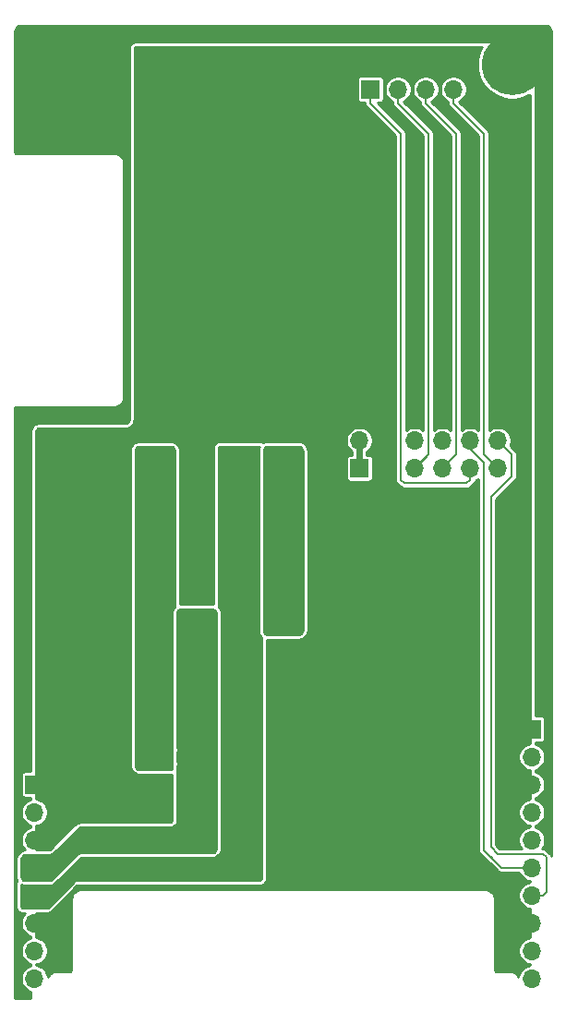
<source format=gbr>
%TF.GenerationSoftware,KiCad,Pcbnew,(5.1.9-0-10_14)*%
%TF.CreationDate,2021-03-07T13:53:49+01:00*%
%TF.ProjectId,ADC Piggy Board,41444320-5069-4676-9779-20426f617264,rev?*%
%TF.SameCoordinates,Original*%
%TF.FileFunction,Copper,L1,Top*%
%TF.FilePolarity,Positive*%
%FSLAX46Y46*%
G04 Gerber Fmt 4.6, Leading zero omitted, Abs format (unit mm)*
G04 Created by KiCad (PCBNEW (5.1.9-0-10_14)) date 2021-03-07 13:53:49*
%MOMM*%
%LPD*%
G01*
G04 APERTURE LIST*
%TA.AperFunction,ComponentPad*%
%ADD10O,1.700000X1.700000*%
%TD*%
%TA.AperFunction,ComponentPad*%
%ADD11R,1.700000X1.700000*%
%TD*%
%TA.AperFunction,ComponentPad*%
%ADD12C,2.700000*%
%TD*%
%TA.AperFunction,ComponentPad*%
%ADD13C,5.600000*%
%TD*%
%TA.AperFunction,ViaPad*%
%ADD14C,0.900000*%
%TD*%
%TA.AperFunction,Conductor*%
%ADD15C,0.127000*%
%TD*%
%TA.AperFunction,Conductor*%
%ADD16C,0.200000*%
%TD*%
%TA.AperFunction,Conductor*%
%ADD17C,0.600000*%
%TD*%
%TA.AperFunction,Conductor*%
%ADD18C,0.254000*%
%TD*%
%TA.AperFunction,Conductor*%
%ADD19C,0.100000*%
%TD*%
G04 APERTURE END LIST*
D10*
%TO.P,J7,12*%
%TO.N,/SCL*%
X169700000Y-88460000D03*
%TO.P,J7,11*%
%TO.N,/MCLK*%
X169700000Y-91000000D03*
%TO.P,J7,10*%
%TO.N,/SDA*%
X167160000Y-88460000D03*
%TO.P,J7,9*%
%TO.N,/LRCK*%
X167160000Y-91000000D03*
%TO.P,J7,8*%
%TO.N,/IRQ*%
X164620000Y-88460000D03*
%TO.P,J7,7*%
%TO.N,/BCLK*%
X164620000Y-91000000D03*
%TO.P,J7,6*%
%TO.N,/Mute*%
X162080000Y-88460000D03*
%TO.P,J7,5*%
%TO.N,/DATA*%
X162080000Y-91000000D03*
%TO.P,J7,4*%
%TO.N,GND*%
X159540000Y-88460000D03*
%TO.P,J7,3*%
X159540000Y-91000000D03*
%TO.P,J7,2*%
%TO.N,+3V3*%
X157000000Y-88460000D03*
D11*
%TO.P,J7,1*%
X157000000Y-91000000D03*
%TD*%
D10*
%TO.P,J1,8*%
%TO.N,GND*%
X165620000Y-53710000D03*
%TO.P,J1,7*%
%TO.N,/MCLK*%
X165620000Y-56250000D03*
%TO.P,J1,6*%
%TO.N,GND*%
X163080000Y-53710000D03*
%TO.P,J1,5*%
%TO.N,/BCLK*%
X163080000Y-56250000D03*
%TO.P,J1,4*%
%TO.N,GND*%
X160540000Y-53710000D03*
%TO.P,J1,3*%
%TO.N,/DATA*%
X160540000Y-56250000D03*
%TO.P,J1,2*%
%TO.N,GND*%
X158000000Y-53710000D03*
D11*
%TO.P,J1,1*%
%TO.N,/LRCK*%
X158000000Y-56250000D03*
%TD*%
D12*
%TO.P,J6,4*%
%TO.N,+5VD*%
X138120000Y-91000000D03*
%TO.P,J6,3*%
%TO.N,GND*%
X142080000Y-91000000D03*
%TO.P,J6,2*%
%TO.N,VEE*%
X146040000Y-91000000D03*
%TO.P,J6,1*%
%TO.N,VCC*%
%TA.AperFunction,ComponentPad*%
G36*
G01*
X151350000Y-89900001D02*
X151350000Y-92099999D01*
G75*
G02*
X151099999Y-92350000I-250001J0D01*
G01*
X148900001Y-92350000D01*
G75*
G02*
X148650000Y-92099999I0J250001D01*
G01*
X148650000Y-89900001D01*
G75*
G02*
X148900001Y-89650000I250001J0D01*
G01*
X151099999Y-89650000D01*
G75*
G02*
X151350000Y-89900001I0J-250001D01*
G01*
G37*
%TD.AperFunction*%
%TD*%
D13*
%TO.P,H2,1*%
%TO.N,Earth*%
X171000000Y-54000000D03*
%TD*%
%TO.P,H1,1*%
%TO.N,Earth*%
X129000000Y-54000000D03*
%TD*%
D10*
%TO.P,J4,8*%
%TO.N,Net-(J4-Pad8)*%
X127200000Y-137780000D03*
%TO.P,J4,7*%
%TO.N,Net-(J4-Pad7)*%
X127200000Y-135240000D03*
%TO.P,J4,6*%
%TO.N,GND*%
X127200000Y-132700000D03*
%TO.P,J4,5*%
%TO.N,VEE*%
X127200000Y-130160000D03*
%TO.P,J4,4*%
%TO.N,VCC*%
X127200000Y-127620000D03*
%TO.P,J4,3*%
%TO.N,GND*%
X127200000Y-125080000D03*
%TO.P,J4,2*%
%TO.N,Net-(J4-Pad2)*%
X127200000Y-122540000D03*
D11*
%TO.P,J4,1*%
%TO.N,GND*%
X127200000Y-120000000D03*
%TD*%
D10*
%TO.P,J3,10*%
%TO.N,Net-(J3-Pad10)*%
X172800000Y-137780000D03*
%TO.P,J3,9*%
%TO.N,Net-(J3-Pad9)*%
X172800000Y-135240000D03*
%TO.P,J3,8*%
%TO.N,GND*%
X172800000Y-132700000D03*
%TO.P,J3,7*%
%TO.N,/SCL*%
X172800000Y-130160000D03*
%TO.P,J3,6*%
%TO.N,/SDA*%
X172800000Y-127620000D03*
%TO.P,J3,5*%
%TO.N,Net-(J3-Pad5)*%
X172800000Y-125080000D03*
%TO.P,J3,4*%
%TO.N,Net-(J3-Pad4)*%
X172800000Y-122540000D03*
%TO.P,J3,3*%
%TO.N,GND*%
X172800000Y-120000000D03*
%TO.P,J3,2*%
%TO.N,+5VD*%
X172800000Y-117460000D03*
D11*
%TO.P,J3,1*%
%TO.N,GND*%
X172800000Y-114920000D03*
%TD*%
D14*
%TO.N,VCC*%
X151270000Y-105715000D03*
X151270000Y-104445000D03*
X150000000Y-104445000D03*
X148730000Y-104445000D03*
X148730000Y-105715000D03*
X150000000Y-105715000D03*
X140792500Y-105715000D03*
X143332500Y-104445000D03*
X143332500Y-105715000D03*
X142062500Y-105715000D03*
X142062500Y-104445000D03*
X140792500Y-104445000D03*
%TO.N,+5VD*%
X136982500Y-116827500D03*
X136982500Y-118097500D03*
X139522500Y-116827500D03*
X139522500Y-118097500D03*
X138252500Y-118097500D03*
X138252500Y-116827500D03*
%TD*%
D15*
%TO.N,Earth*%
X171000000Y-54000000D02*
X174000000Y-51000000D01*
D16*
%TO.N,/DATA*%
X162080000Y-91000000D02*
X163128750Y-89951250D01*
X163128750Y-89951250D02*
X163240000Y-89840000D01*
X163335000Y-89745000D02*
X162080000Y-91000000D01*
X163335000Y-88887500D02*
X163335000Y-89745000D01*
X163335000Y-88887500D02*
X163335000Y-71617500D01*
X163335000Y-71617500D02*
X163335000Y-60312500D01*
X163335000Y-60312500D02*
X160540000Y-57517500D01*
X160540000Y-57517500D02*
X160540000Y-56250000D01*
%TO.N,/BCLK*%
X164620000Y-91000000D02*
X165875000Y-89745000D01*
X165875000Y-60312500D02*
X163080000Y-57517500D01*
X165875000Y-89745000D02*
X165875000Y-60312500D01*
X163080000Y-57517500D02*
X163080000Y-56250000D01*
%TO.N,/LRCK*%
X167160000Y-91000000D02*
X167160000Y-92047500D01*
X167160000Y-92047500D02*
X166827500Y-92380000D01*
X166827500Y-92380000D02*
X161112500Y-92380000D01*
X161112500Y-92380000D02*
X160795000Y-92062500D01*
X160795000Y-92062500D02*
X160795000Y-60312500D01*
X160795000Y-60312500D02*
X158000000Y-57517500D01*
X158000000Y-56250000D02*
X158000000Y-57517500D01*
%TO.N,/MCLK*%
X168415000Y-60312500D02*
X165620000Y-57517500D01*
X165620000Y-57517500D02*
X165620000Y-56250000D01*
X168415000Y-89715000D02*
X168415000Y-60312500D01*
X169700000Y-91000000D02*
X168415000Y-89715000D01*
%TO.N,/SCL*%
X174130000Y-126670000D02*
X174130000Y-129845000D01*
X173812500Y-126352500D02*
X174130000Y-126670000D01*
X174130000Y-129845000D02*
X173815000Y-130160000D01*
X169685000Y-126352500D02*
X173812500Y-126352500D01*
X169700000Y-88460000D02*
X170955000Y-89715000D01*
X169050000Y-125717500D02*
X169685000Y-126352500D01*
X170955000Y-91745000D02*
X169050000Y-93650000D01*
X173815000Y-130160000D02*
X172800000Y-130160000D01*
X170955000Y-89715000D02*
X170955000Y-91745000D01*
X169050000Y-93650000D02*
X169050000Y-125717500D01*
%TO.N,/SDA*%
X170000000Y-127620000D02*
X172800000Y-127620000D01*
X168415000Y-126035000D02*
X169367500Y-126987500D01*
X168415000Y-90475000D02*
X168415000Y-126035000D01*
X169050000Y-126670000D02*
X169367500Y-126987500D01*
X167160000Y-89220000D02*
X168415000Y-90475000D01*
X167160000Y-88460000D02*
X167160000Y-89220000D01*
X169367500Y-126987500D02*
X170000000Y-127620000D01*
D17*
%TO.N,+3V3*%
X157000000Y-91000000D02*
X157000000Y-88460000D01*
%TD*%
D18*
%TO.N,Earth*%
X174114994Y-50419222D02*
X174225614Y-50452620D01*
X174327639Y-50506868D01*
X174417179Y-50579895D01*
X174490833Y-50668925D01*
X174545792Y-50770572D01*
X174579960Y-50880949D01*
X174594001Y-51014538D01*
X174594000Y-126542611D01*
X174589902Y-126529102D01*
X174576536Y-126485039D01*
X174531872Y-126401478D01*
X174471764Y-126328236D01*
X174453406Y-126313170D01*
X174169330Y-126029094D01*
X174154264Y-126010736D01*
X174081022Y-125950628D01*
X173997461Y-125905964D01*
X173906792Y-125878460D01*
X173836126Y-125871500D01*
X173812500Y-125869173D01*
X173788874Y-125871500D01*
X173749397Y-125871500D01*
X173756180Y-125864717D01*
X173890898Y-125663097D01*
X173983693Y-125439069D01*
X174031000Y-125201243D01*
X174031000Y-124958757D01*
X173983693Y-124720931D01*
X173890898Y-124496903D01*
X173756180Y-124295283D01*
X173584717Y-124123820D01*
X173383097Y-123989102D01*
X173159069Y-123896307D01*
X173127000Y-123889928D01*
X173127000Y-123730072D01*
X173159069Y-123723693D01*
X173383097Y-123630898D01*
X173584717Y-123496180D01*
X173756180Y-123324717D01*
X173890898Y-123123097D01*
X173983693Y-122899069D01*
X174031000Y-122661243D01*
X174031000Y-122418757D01*
X173983693Y-122180931D01*
X173890898Y-121956903D01*
X173756180Y-121755283D01*
X173584717Y-121583820D01*
X173383097Y-121449102D01*
X173159069Y-121356307D01*
X173127000Y-121349928D01*
X173127000Y-121190072D01*
X173159069Y-121183693D01*
X173383097Y-121090898D01*
X173584717Y-120956180D01*
X173756180Y-120784717D01*
X173890898Y-120583097D01*
X173983693Y-120359069D01*
X174031000Y-120121243D01*
X174031000Y-119878757D01*
X173983693Y-119640931D01*
X173890898Y-119416903D01*
X173756180Y-119215283D01*
X173584717Y-119043820D01*
X173383097Y-118909102D01*
X173159069Y-118816307D01*
X173127000Y-118809928D01*
X173127000Y-118650072D01*
X173159069Y-118643693D01*
X173383097Y-118550898D01*
X173584717Y-118416180D01*
X173756180Y-118244717D01*
X173890898Y-118043097D01*
X173983693Y-117819069D01*
X174031000Y-117581243D01*
X174031000Y-117338757D01*
X173983693Y-117100931D01*
X173890898Y-116876903D01*
X173756180Y-116675283D01*
X173584717Y-116503820D01*
X173383097Y-116369102D01*
X173159069Y-116276307D01*
X173127000Y-116269928D01*
X173127000Y-116152843D01*
X173650000Y-116152843D01*
X173724689Y-116145487D01*
X173796508Y-116123701D01*
X173862696Y-116088322D01*
X173920711Y-116040711D01*
X173968322Y-115982696D01*
X174003701Y-115916508D01*
X174025487Y-115844689D01*
X174032843Y-115770000D01*
X174032843Y-114070000D01*
X174025487Y-113995311D01*
X174003701Y-113923492D01*
X173968322Y-113857304D01*
X173920711Y-113799289D01*
X173862696Y-113751678D01*
X173796508Y-113716299D01*
X173724689Y-113694513D01*
X173650000Y-113687157D01*
X173127000Y-113687157D01*
X173127000Y-52508000D01*
X173125913Y-52491423D01*
X173108603Y-52359943D01*
X173100023Y-52327920D01*
X173049274Y-52205400D01*
X173032697Y-52176687D01*
X172951966Y-52071477D01*
X172928523Y-52048034D01*
X172823313Y-51967303D01*
X172794600Y-51950726D01*
X172672080Y-51899977D01*
X172640057Y-51891397D01*
X172508577Y-51874087D01*
X172492000Y-51873000D01*
X136508000Y-51873000D01*
X136491423Y-51874087D01*
X136359943Y-51891397D01*
X136327920Y-51899977D01*
X136205400Y-51950726D01*
X136176687Y-51967303D01*
X136071477Y-52048034D01*
X136048034Y-52071477D01*
X135967303Y-52176687D01*
X135950726Y-52205400D01*
X135899977Y-52327920D01*
X135891397Y-52359943D01*
X135874087Y-52491423D01*
X135873000Y-52508000D01*
X135873000Y-86483679D01*
X135858960Y-86590325D01*
X135821007Y-86681951D01*
X135760632Y-86760632D01*
X135681951Y-86821007D01*
X135590325Y-86858960D01*
X135483679Y-86873000D01*
X127508000Y-86873000D01*
X127491423Y-86874087D01*
X127359943Y-86891397D01*
X127327920Y-86899977D01*
X127205400Y-86950726D01*
X127176687Y-86967303D01*
X127071477Y-87048034D01*
X127048034Y-87071477D01*
X126967303Y-87176687D01*
X126950726Y-87205400D01*
X126899977Y-87327920D01*
X126891397Y-87359943D01*
X126874087Y-87491423D01*
X126873000Y-87508000D01*
X126873000Y-118767157D01*
X126350000Y-118767157D01*
X126275311Y-118774513D01*
X126203492Y-118796299D01*
X126137304Y-118831678D01*
X126079289Y-118879289D01*
X126031678Y-118937304D01*
X125996299Y-119003492D01*
X125974513Y-119075311D01*
X125967157Y-119150000D01*
X125967157Y-120850000D01*
X125974513Y-120924689D01*
X125996299Y-120996508D01*
X126031678Y-121062696D01*
X126079289Y-121120711D01*
X126137304Y-121168322D01*
X126203492Y-121203701D01*
X126275311Y-121225487D01*
X126350000Y-121232843D01*
X126873000Y-121232843D01*
X126873000Y-121349928D01*
X126840931Y-121356307D01*
X126616903Y-121449102D01*
X126415283Y-121583820D01*
X126243820Y-121755283D01*
X126109102Y-121956903D01*
X126016307Y-122180931D01*
X125969000Y-122418757D01*
X125969000Y-122661243D01*
X126016307Y-122899069D01*
X126109102Y-123123097D01*
X126243820Y-123324717D01*
X126415283Y-123496180D01*
X126616903Y-123630898D01*
X126840931Y-123723693D01*
X126873000Y-123730072D01*
X126873000Y-123889928D01*
X126840931Y-123896307D01*
X126616903Y-123989102D01*
X126415283Y-124123820D01*
X126243820Y-124295283D01*
X126109102Y-124496903D01*
X126016307Y-124720931D01*
X125969000Y-124958757D01*
X125969000Y-125201243D01*
X126016307Y-125439069D01*
X126109102Y-125663097D01*
X126243820Y-125864717D01*
X126352288Y-125973185D01*
X126328269Y-125974760D01*
X126196789Y-125992070D01*
X126100719Y-126017811D01*
X125978199Y-126068560D01*
X125892061Y-126118292D01*
X125786851Y-126199023D01*
X125716523Y-126269351D01*
X125635792Y-126374561D01*
X125586060Y-126460699D01*
X125535311Y-126583219D01*
X125509570Y-126679289D01*
X125492260Y-126810769D01*
X125489000Y-126860500D01*
X125489000Y-128384500D01*
X125492260Y-128434231D01*
X125509570Y-128565711D01*
X125535311Y-128661781D01*
X125586060Y-128784301D01*
X125596311Y-128802057D01*
X125572545Y-128837626D01*
X125537337Y-128903494D01*
X125515656Y-128974967D01*
X125496321Y-129072169D01*
X125489000Y-129146500D01*
X125489000Y-131178500D01*
X125496321Y-131252831D01*
X125515656Y-131350033D01*
X125537337Y-131421505D01*
X125572545Y-131487374D01*
X125627605Y-131569777D01*
X125674987Y-131627513D01*
X125732723Y-131674895D01*
X125815126Y-131729955D01*
X125880994Y-131765163D01*
X125952467Y-131786844D01*
X126049669Y-131806179D01*
X126124000Y-131813500D01*
X126345603Y-131813500D01*
X126243820Y-131915283D01*
X126109102Y-132116903D01*
X126016307Y-132340931D01*
X125969000Y-132578757D01*
X125969000Y-132821243D01*
X126016307Y-133059069D01*
X126109102Y-133283097D01*
X126243820Y-133484717D01*
X126415283Y-133656180D01*
X126616903Y-133790898D01*
X126840931Y-133883693D01*
X126873000Y-133890072D01*
X126873000Y-134049928D01*
X126840931Y-134056307D01*
X126616903Y-134149102D01*
X126415283Y-134283820D01*
X126243820Y-134455283D01*
X126109102Y-134656903D01*
X126016307Y-134880931D01*
X125969000Y-135118757D01*
X125969000Y-135361243D01*
X126016307Y-135599069D01*
X126109102Y-135823097D01*
X126243820Y-136024717D01*
X126415283Y-136196180D01*
X126616903Y-136330898D01*
X126840931Y-136423693D01*
X126873000Y-136430072D01*
X126873000Y-136589928D01*
X126840931Y-136596307D01*
X126616903Y-136689102D01*
X126415283Y-136823820D01*
X126243820Y-136995283D01*
X126109102Y-137196903D01*
X126016307Y-137420931D01*
X125969000Y-137658757D01*
X125969000Y-137901243D01*
X126016307Y-138139069D01*
X126109102Y-138363097D01*
X126243820Y-138564717D01*
X126415283Y-138736180D01*
X126616903Y-138870898D01*
X126840931Y-138963693D01*
X126873000Y-138970072D01*
X126873000Y-139483679D01*
X126858960Y-139590325D01*
X126857438Y-139594000D01*
X125519851Y-139594000D01*
X125482122Y-139590301D01*
X125464921Y-139585107D01*
X125449056Y-139576672D01*
X125435140Y-139565322D01*
X125423682Y-139551472D01*
X125415139Y-139535672D01*
X125409827Y-139518511D01*
X125406000Y-139482099D01*
X125406000Y-85519853D01*
X125409700Y-85482119D01*
X125414892Y-85464922D01*
X125423328Y-85449057D01*
X125434680Y-85435139D01*
X125448528Y-85423683D01*
X125464330Y-85415139D01*
X125481489Y-85409827D01*
X125517901Y-85406000D01*
X134519941Y-85406000D01*
X134537244Y-85404296D01*
X134540287Y-85404317D01*
X134545929Y-85403764D01*
X134642977Y-85393564D01*
X134679043Y-85386161D01*
X134715169Y-85379269D01*
X134720596Y-85377631D01*
X134813815Y-85348775D01*
X134847762Y-85334505D01*
X134881858Y-85320729D01*
X134886853Y-85318074D01*
X134886861Y-85318070D01*
X134886868Y-85318065D01*
X134972701Y-85271656D01*
X135003242Y-85251056D01*
X135033997Y-85230930D01*
X135038391Y-85227347D01*
X135113580Y-85165145D01*
X135139548Y-85138995D01*
X135165796Y-85113291D01*
X135169405Y-85108929D01*
X135169413Y-85108921D01*
X135169419Y-85108912D01*
X135231086Y-85033303D01*
X135251459Y-85002640D01*
X135272242Y-84972286D01*
X135274939Y-84967299D01*
X135320751Y-84881139D01*
X135334785Y-84847089D01*
X135349267Y-84813299D01*
X135350944Y-84807884D01*
X135379149Y-84714466D01*
X135386295Y-84678375D01*
X135393948Y-84642372D01*
X135394540Y-84636734D01*
X135404063Y-84539617D01*
X135404063Y-84539607D01*
X135406000Y-84519941D01*
X135406000Y-62980059D01*
X135404296Y-62962756D01*
X135404317Y-62959714D01*
X135403764Y-62954072D01*
X135393564Y-62857023D01*
X135386161Y-62820957D01*
X135379269Y-62784831D01*
X135377631Y-62779404D01*
X135348775Y-62686185D01*
X135334505Y-62652238D01*
X135320729Y-62618142D01*
X135318068Y-62613136D01*
X135271655Y-62527299D01*
X135251078Y-62496793D01*
X135230930Y-62466003D01*
X135227347Y-62461609D01*
X135165145Y-62386420D01*
X135138995Y-62360452D01*
X135113291Y-62334204D01*
X135108929Y-62330595D01*
X135108921Y-62330587D01*
X135108912Y-62330581D01*
X135033302Y-62268914D01*
X135002658Y-62248553D01*
X134972286Y-62227758D01*
X134967299Y-62225061D01*
X134881138Y-62179249D01*
X134847102Y-62165221D01*
X134813299Y-62150733D01*
X134807884Y-62149056D01*
X134714466Y-62120851D01*
X134678345Y-62113699D01*
X134642372Y-62106053D01*
X134636743Y-62105461D01*
X134636738Y-62105460D01*
X134636734Y-62105460D01*
X134539740Y-62095950D01*
X134519941Y-62094000D01*
X125519851Y-62094000D01*
X125482122Y-62090301D01*
X125464921Y-62085107D01*
X125449056Y-62076672D01*
X125435140Y-62065322D01*
X125423682Y-62051472D01*
X125415139Y-62035672D01*
X125409827Y-62018511D01*
X125406000Y-61982099D01*
X125406000Y-51019854D01*
X125419222Y-50885006D01*
X125452620Y-50774386D01*
X125506868Y-50672361D01*
X125579895Y-50582821D01*
X125668925Y-50509167D01*
X125770572Y-50454208D01*
X125880949Y-50420040D01*
X126014528Y-50406000D01*
X173980146Y-50406000D01*
X174114994Y-50419222D01*
%TA.AperFunction,Conductor*%
D19*
G36*
X174114994Y-50419222D02*
G01*
X174225614Y-50452620D01*
X174327639Y-50506868D01*
X174417179Y-50579895D01*
X174490833Y-50668925D01*
X174545792Y-50770572D01*
X174579960Y-50880949D01*
X174594001Y-51014538D01*
X174594000Y-126542611D01*
X174589902Y-126529102D01*
X174576536Y-126485039D01*
X174531872Y-126401478D01*
X174471764Y-126328236D01*
X174453406Y-126313170D01*
X174169330Y-126029094D01*
X174154264Y-126010736D01*
X174081022Y-125950628D01*
X173997461Y-125905964D01*
X173906792Y-125878460D01*
X173836126Y-125871500D01*
X173812500Y-125869173D01*
X173788874Y-125871500D01*
X173749397Y-125871500D01*
X173756180Y-125864717D01*
X173890898Y-125663097D01*
X173983693Y-125439069D01*
X174031000Y-125201243D01*
X174031000Y-124958757D01*
X173983693Y-124720931D01*
X173890898Y-124496903D01*
X173756180Y-124295283D01*
X173584717Y-124123820D01*
X173383097Y-123989102D01*
X173159069Y-123896307D01*
X173127000Y-123889928D01*
X173127000Y-123730072D01*
X173159069Y-123723693D01*
X173383097Y-123630898D01*
X173584717Y-123496180D01*
X173756180Y-123324717D01*
X173890898Y-123123097D01*
X173983693Y-122899069D01*
X174031000Y-122661243D01*
X174031000Y-122418757D01*
X173983693Y-122180931D01*
X173890898Y-121956903D01*
X173756180Y-121755283D01*
X173584717Y-121583820D01*
X173383097Y-121449102D01*
X173159069Y-121356307D01*
X173127000Y-121349928D01*
X173127000Y-121190072D01*
X173159069Y-121183693D01*
X173383097Y-121090898D01*
X173584717Y-120956180D01*
X173756180Y-120784717D01*
X173890898Y-120583097D01*
X173983693Y-120359069D01*
X174031000Y-120121243D01*
X174031000Y-119878757D01*
X173983693Y-119640931D01*
X173890898Y-119416903D01*
X173756180Y-119215283D01*
X173584717Y-119043820D01*
X173383097Y-118909102D01*
X173159069Y-118816307D01*
X173127000Y-118809928D01*
X173127000Y-118650072D01*
X173159069Y-118643693D01*
X173383097Y-118550898D01*
X173584717Y-118416180D01*
X173756180Y-118244717D01*
X173890898Y-118043097D01*
X173983693Y-117819069D01*
X174031000Y-117581243D01*
X174031000Y-117338757D01*
X173983693Y-117100931D01*
X173890898Y-116876903D01*
X173756180Y-116675283D01*
X173584717Y-116503820D01*
X173383097Y-116369102D01*
X173159069Y-116276307D01*
X173127000Y-116269928D01*
X173127000Y-116152843D01*
X173650000Y-116152843D01*
X173724689Y-116145487D01*
X173796508Y-116123701D01*
X173862696Y-116088322D01*
X173920711Y-116040711D01*
X173968322Y-115982696D01*
X174003701Y-115916508D01*
X174025487Y-115844689D01*
X174032843Y-115770000D01*
X174032843Y-114070000D01*
X174025487Y-113995311D01*
X174003701Y-113923492D01*
X173968322Y-113857304D01*
X173920711Y-113799289D01*
X173862696Y-113751678D01*
X173796508Y-113716299D01*
X173724689Y-113694513D01*
X173650000Y-113687157D01*
X173127000Y-113687157D01*
X173127000Y-52508000D01*
X173125913Y-52491423D01*
X173108603Y-52359943D01*
X173100023Y-52327920D01*
X173049274Y-52205400D01*
X173032697Y-52176687D01*
X172951966Y-52071477D01*
X172928523Y-52048034D01*
X172823313Y-51967303D01*
X172794600Y-51950726D01*
X172672080Y-51899977D01*
X172640057Y-51891397D01*
X172508577Y-51874087D01*
X172492000Y-51873000D01*
X136508000Y-51873000D01*
X136491423Y-51874087D01*
X136359943Y-51891397D01*
X136327920Y-51899977D01*
X136205400Y-51950726D01*
X136176687Y-51967303D01*
X136071477Y-52048034D01*
X136048034Y-52071477D01*
X135967303Y-52176687D01*
X135950726Y-52205400D01*
X135899977Y-52327920D01*
X135891397Y-52359943D01*
X135874087Y-52491423D01*
X135873000Y-52508000D01*
X135873000Y-86483679D01*
X135858960Y-86590325D01*
X135821007Y-86681951D01*
X135760632Y-86760632D01*
X135681951Y-86821007D01*
X135590325Y-86858960D01*
X135483679Y-86873000D01*
X127508000Y-86873000D01*
X127491423Y-86874087D01*
X127359943Y-86891397D01*
X127327920Y-86899977D01*
X127205400Y-86950726D01*
X127176687Y-86967303D01*
X127071477Y-87048034D01*
X127048034Y-87071477D01*
X126967303Y-87176687D01*
X126950726Y-87205400D01*
X126899977Y-87327920D01*
X126891397Y-87359943D01*
X126874087Y-87491423D01*
X126873000Y-87508000D01*
X126873000Y-118767157D01*
X126350000Y-118767157D01*
X126275311Y-118774513D01*
X126203492Y-118796299D01*
X126137304Y-118831678D01*
X126079289Y-118879289D01*
X126031678Y-118937304D01*
X125996299Y-119003492D01*
X125974513Y-119075311D01*
X125967157Y-119150000D01*
X125967157Y-120850000D01*
X125974513Y-120924689D01*
X125996299Y-120996508D01*
X126031678Y-121062696D01*
X126079289Y-121120711D01*
X126137304Y-121168322D01*
X126203492Y-121203701D01*
X126275311Y-121225487D01*
X126350000Y-121232843D01*
X126873000Y-121232843D01*
X126873000Y-121349928D01*
X126840931Y-121356307D01*
X126616903Y-121449102D01*
X126415283Y-121583820D01*
X126243820Y-121755283D01*
X126109102Y-121956903D01*
X126016307Y-122180931D01*
X125969000Y-122418757D01*
X125969000Y-122661243D01*
X126016307Y-122899069D01*
X126109102Y-123123097D01*
X126243820Y-123324717D01*
X126415283Y-123496180D01*
X126616903Y-123630898D01*
X126840931Y-123723693D01*
X126873000Y-123730072D01*
X126873000Y-123889928D01*
X126840931Y-123896307D01*
X126616903Y-123989102D01*
X126415283Y-124123820D01*
X126243820Y-124295283D01*
X126109102Y-124496903D01*
X126016307Y-124720931D01*
X125969000Y-124958757D01*
X125969000Y-125201243D01*
X126016307Y-125439069D01*
X126109102Y-125663097D01*
X126243820Y-125864717D01*
X126352288Y-125973185D01*
X126328269Y-125974760D01*
X126196789Y-125992070D01*
X126100719Y-126017811D01*
X125978199Y-126068560D01*
X125892061Y-126118292D01*
X125786851Y-126199023D01*
X125716523Y-126269351D01*
X125635792Y-126374561D01*
X125586060Y-126460699D01*
X125535311Y-126583219D01*
X125509570Y-126679289D01*
X125492260Y-126810769D01*
X125489000Y-126860500D01*
X125489000Y-128384500D01*
X125492260Y-128434231D01*
X125509570Y-128565711D01*
X125535311Y-128661781D01*
X125586060Y-128784301D01*
X125596311Y-128802057D01*
X125572545Y-128837626D01*
X125537337Y-128903494D01*
X125515656Y-128974967D01*
X125496321Y-129072169D01*
X125489000Y-129146500D01*
X125489000Y-131178500D01*
X125496321Y-131252831D01*
X125515656Y-131350033D01*
X125537337Y-131421505D01*
X125572545Y-131487374D01*
X125627605Y-131569777D01*
X125674987Y-131627513D01*
X125732723Y-131674895D01*
X125815126Y-131729955D01*
X125880994Y-131765163D01*
X125952467Y-131786844D01*
X126049669Y-131806179D01*
X126124000Y-131813500D01*
X126345603Y-131813500D01*
X126243820Y-131915283D01*
X126109102Y-132116903D01*
X126016307Y-132340931D01*
X125969000Y-132578757D01*
X125969000Y-132821243D01*
X126016307Y-133059069D01*
X126109102Y-133283097D01*
X126243820Y-133484717D01*
X126415283Y-133656180D01*
X126616903Y-133790898D01*
X126840931Y-133883693D01*
X126873000Y-133890072D01*
X126873000Y-134049928D01*
X126840931Y-134056307D01*
X126616903Y-134149102D01*
X126415283Y-134283820D01*
X126243820Y-134455283D01*
X126109102Y-134656903D01*
X126016307Y-134880931D01*
X125969000Y-135118757D01*
X125969000Y-135361243D01*
X126016307Y-135599069D01*
X126109102Y-135823097D01*
X126243820Y-136024717D01*
X126415283Y-136196180D01*
X126616903Y-136330898D01*
X126840931Y-136423693D01*
X126873000Y-136430072D01*
X126873000Y-136589928D01*
X126840931Y-136596307D01*
X126616903Y-136689102D01*
X126415283Y-136823820D01*
X126243820Y-136995283D01*
X126109102Y-137196903D01*
X126016307Y-137420931D01*
X125969000Y-137658757D01*
X125969000Y-137901243D01*
X126016307Y-138139069D01*
X126109102Y-138363097D01*
X126243820Y-138564717D01*
X126415283Y-138736180D01*
X126616903Y-138870898D01*
X126840931Y-138963693D01*
X126873000Y-138970072D01*
X126873000Y-139483679D01*
X126858960Y-139590325D01*
X126857438Y-139594000D01*
X125519851Y-139594000D01*
X125482122Y-139590301D01*
X125464921Y-139585107D01*
X125449056Y-139576672D01*
X125435140Y-139565322D01*
X125423682Y-139551472D01*
X125415139Y-139535672D01*
X125409827Y-139518511D01*
X125406000Y-139482099D01*
X125406000Y-85519853D01*
X125409700Y-85482119D01*
X125414892Y-85464922D01*
X125423328Y-85449057D01*
X125434680Y-85435139D01*
X125448528Y-85423683D01*
X125464330Y-85415139D01*
X125481489Y-85409827D01*
X125517901Y-85406000D01*
X134519941Y-85406000D01*
X134537244Y-85404296D01*
X134540287Y-85404317D01*
X134545929Y-85403764D01*
X134642977Y-85393564D01*
X134679043Y-85386161D01*
X134715169Y-85379269D01*
X134720596Y-85377631D01*
X134813815Y-85348775D01*
X134847762Y-85334505D01*
X134881858Y-85320729D01*
X134886853Y-85318074D01*
X134886861Y-85318070D01*
X134886868Y-85318065D01*
X134972701Y-85271656D01*
X135003242Y-85251056D01*
X135033997Y-85230930D01*
X135038391Y-85227347D01*
X135113580Y-85165145D01*
X135139548Y-85138995D01*
X135165796Y-85113291D01*
X135169405Y-85108929D01*
X135169413Y-85108921D01*
X135169419Y-85108912D01*
X135231086Y-85033303D01*
X135251459Y-85002640D01*
X135272242Y-84972286D01*
X135274939Y-84967299D01*
X135320751Y-84881139D01*
X135334785Y-84847089D01*
X135349267Y-84813299D01*
X135350944Y-84807884D01*
X135379149Y-84714466D01*
X135386295Y-84678375D01*
X135393948Y-84642372D01*
X135394540Y-84636734D01*
X135404063Y-84539617D01*
X135404063Y-84539607D01*
X135406000Y-84519941D01*
X135406000Y-62980059D01*
X135404296Y-62962756D01*
X135404317Y-62959714D01*
X135403764Y-62954072D01*
X135393564Y-62857023D01*
X135386161Y-62820957D01*
X135379269Y-62784831D01*
X135377631Y-62779404D01*
X135348775Y-62686185D01*
X135334505Y-62652238D01*
X135320729Y-62618142D01*
X135318068Y-62613136D01*
X135271655Y-62527299D01*
X135251078Y-62496793D01*
X135230930Y-62466003D01*
X135227347Y-62461609D01*
X135165145Y-62386420D01*
X135138995Y-62360452D01*
X135113291Y-62334204D01*
X135108929Y-62330595D01*
X135108921Y-62330587D01*
X135108912Y-62330581D01*
X135033302Y-62268914D01*
X135002658Y-62248553D01*
X134972286Y-62227758D01*
X134967299Y-62225061D01*
X134881138Y-62179249D01*
X134847102Y-62165221D01*
X134813299Y-62150733D01*
X134807884Y-62149056D01*
X134714466Y-62120851D01*
X134678345Y-62113699D01*
X134642372Y-62106053D01*
X134636743Y-62105461D01*
X134636738Y-62105460D01*
X134636734Y-62105460D01*
X134539740Y-62095950D01*
X134519941Y-62094000D01*
X125519851Y-62094000D01*
X125482122Y-62090301D01*
X125464921Y-62085107D01*
X125449056Y-62076672D01*
X125435140Y-62065322D01*
X125423682Y-62051472D01*
X125415139Y-62035672D01*
X125409827Y-62018511D01*
X125406000Y-61982099D01*
X125406000Y-51019854D01*
X125419222Y-50885006D01*
X125452620Y-50774386D01*
X125506868Y-50672361D01*
X125579895Y-50582821D01*
X125668925Y-50509167D01*
X125770572Y-50454208D01*
X125880949Y-50420040D01*
X126014528Y-50406000D01*
X173980146Y-50406000D01*
X174114994Y-50419222D01*
G37*
%TD.AperFunction*%
%TD*%
D18*
%TO.N,GND*%
X168181035Y-52493232D02*
X167941245Y-53072137D01*
X167819000Y-53686699D01*
X167819000Y-54313301D01*
X167941245Y-54927863D01*
X168181035Y-55506768D01*
X168529156Y-56027769D01*
X168972231Y-56470844D01*
X169493232Y-56818965D01*
X170072137Y-57058755D01*
X170686699Y-57181000D01*
X171313301Y-57181000D01*
X171927863Y-57058755D01*
X172506768Y-56818965D01*
X172619000Y-56743974D01*
X172619000Y-116240887D01*
X172440931Y-116276307D01*
X172216903Y-116369102D01*
X172015283Y-116503820D01*
X171843820Y-116675283D01*
X171709102Y-116876903D01*
X171616307Y-117100931D01*
X171569000Y-117338757D01*
X171569000Y-117581243D01*
X171616307Y-117819069D01*
X171709102Y-118043097D01*
X171843820Y-118244717D01*
X172015283Y-118416180D01*
X172216903Y-118550898D01*
X172440931Y-118643693D01*
X172619000Y-118679113D01*
X172619000Y-121320887D01*
X172440931Y-121356307D01*
X172216903Y-121449102D01*
X172015283Y-121583820D01*
X171843820Y-121755283D01*
X171709102Y-121956903D01*
X171616307Y-122180931D01*
X171569000Y-122418757D01*
X171569000Y-122661243D01*
X171616307Y-122899069D01*
X171709102Y-123123097D01*
X171843820Y-123324717D01*
X172015283Y-123496180D01*
X172216903Y-123630898D01*
X172440931Y-123723693D01*
X172619000Y-123759113D01*
X172619000Y-123860887D01*
X172440931Y-123896307D01*
X172216903Y-123989102D01*
X172015283Y-124123820D01*
X171843820Y-124295283D01*
X171709102Y-124496903D01*
X171616307Y-124720931D01*
X171569000Y-124958757D01*
X171569000Y-125201243D01*
X171616307Y-125439069D01*
X171709102Y-125663097D01*
X171843820Y-125864717D01*
X171850603Y-125871500D01*
X169884236Y-125871500D01*
X169531000Y-125518264D01*
X169531000Y-93849236D01*
X171278412Y-92101825D01*
X171296764Y-92086764D01*
X171356872Y-92013522D01*
X171401536Y-91929961D01*
X171429040Y-91839292D01*
X171436000Y-91768626D01*
X171438327Y-91745000D01*
X171436000Y-91721374D01*
X171436000Y-89738625D01*
X171438327Y-89714999D01*
X171429040Y-89620707D01*
X171414106Y-89571478D01*
X171401536Y-89530039D01*
X171356872Y-89446478D01*
X171296764Y-89373236D01*
X171278412Y-89358175D01*
X170841403Y-88921166D01*
X170883693Y-88819069D01*
X170931000Y-88581243D01*
X170931000Y-88338757D01*
X170883693Y-88100931D01*
X170790898Y-87876903D01*
X170656180Y-87675283D01*
X170484717Y-87503820D01*
X170283097Y-87369102D01*
X170059069Y-87276307D01*
X169821243Y-87229000D01*
X169578757Y-87229000D01*
X169340931Y-87276307D01*
X169116903Y-87369102D01*
X168915283Y-87503820D01*
X168896000Y-87523103D01*
X168896000Y-60336126D01*
X168898327Y-60312500D01*
X168889040Y-60218207D01*
X168880696Y-60190703D01*
X168861536Y-60127539D01*
X168816872Y-60043978D01*
X168756764Y-59970736D01*
X168738412Y-59955675D01*
X166146908Y-57364172D01*
X166203097Y-57340898D01*
X166404717Y-57206180D01*
X166576180Y-57034717D01*
X166710898Y-56833097D01*
X166803693Y-56609069D01*
X166851000Y-56371243D01*
X166851000Y-56128757D01*
X166803693Y-55890931D01*
X166710898Y-55666903D01*
X166576180Y-55465283D01*
X166404717Y-55293820D01*
X166203097Y-55159102D01*
X165979069Y-55066307D01*
X165741243Y-55019000D01*
X165498757Y-55019000D01*
X165260931Y-55066307D01*
X165036903Y-55159102D01*
X164835283Y-55293820D01*
X164663820Y-55465283D01*
X164529102Y-55666903D01*
X164436307Y-55890931D01*
X164389000Y-56128757D01*
X164389000Y-56371243D01*
X164436307Y-56609069D01*
X164529102Y-56833097D01*
X164663820Y-57034717D01*
X164835283Y-57206180D01*
X165036903Y-57340898D01*
X165139000Y-57383188D01*
X165139000Y-57493873D01*
X165136673Y-57517500D01*
X165139000Y-57541125D01*
X165145960Y-57611791D01*
X165173464Y-57702460D01*
X165218128Y-57786022D01*
X165278236Y-57859264D01*
X165296594Y-57874330D01*
X167934001Y-60511738D01*
X167934000Y-87496659D01*
X167743097Y-87369102D01*
X167519069Y-87276307D01*
X167281243Y-87229000D01*
X167038757Y-87229000D01*
X166800931Y-87276307D01*
X166576903Y-87369102D01*
X166375283Y-87503820D01*
X166356000Y-87523103D01*
X166356000Y-60336126D01*
X166358327Y-60312500D01*
X166349040Y-60218207D01*
X166340696Y-60190703D01*
X166321536Y-60127539D01*
X166276872Y-60043978D01*
X166216764Y-59970736D01*
X166198412Y-59955675D01*
X163606908Y-57364172D01*
X163663097Y-57340898D01*
X163864717Y-57206180D01*
X164036180Y-57034717D01*
X164170898Y-56833097D01*
X164263693Y-56609069D01*
X164311000Y-56371243D01*
X164311000Y-56128757D01*
X164263693Y-55890931D01*
X164170898Y-55666903D01*
X164036180Y-55465283D01*
X163864717Y-55293820D01*
X163663097Y-55159102D01*
X163439069Y-55066307D01*
X163201243Y-55019000D01*
X162958757Y-55019000D01*
X162720931Y-55066307D01*
X162496903Y-55159102D01*
X162295283Y-55293820D01*
X162123820Y-55465283D01*
X161989102Y-55666903D01*
X161896307Y-55890931D01*
X161849000Y-56128757D01*
X161849000Y-56371243D01*
X161896307Y-56609069D01*
X161989102Y-56833097D01*
X162123820Y-57034717D01*
X162295283Y-57206180D01*
X162496903Y-57340898D01*
X162599000Y-57383188D01*
X162599000Y-57493873D01*
X162596673Y-57517500D01*
X162599000Y-57541125D01*
X162605960Y-57611791D01*
X162633464Y-57702460D01*
X162678128Y-57786022D01*
X162738236Y-57859264D01*
X162756594Y-57874330D01*
X165394001Y-60511738D01*
X165394000Y-87496659D01*
X165203097Y-87369102D01*
X164979069Y-87276307D01*
X164741243Y-87229000D01*
X164498757Y-87229000D01*
X164260931Y-87276307D01*
X164036903Y-87369102D01*
X163835283Y-87503820D01*
X163816000Y-87523103D01*
X163816000Y-60336126D01*
X163818327Y-60312500D01*
X163809040Y-60218207D01*
X163800696Y-60190703D01*
X163781536Y-60127539D01*
X163736872Y-60043978D01*
X163676764Y-59970736D01*
X163658412Y-59955675D01*
X161066908Y-57364172D01*
X161123097Y-57340898D01*
X161324717Y-57206180D01*
X161496180Y-57034717D01*
X161630898Y-56833097D01*
X161723693Y-56609069D01*
X161771000Y-56371243D01*
X161771000Y-56128757D01*
X161723693Y-55890931D01*
X161630898Y-55666903D01*
X161496180Y-55465283D01*
X161324717Y-55293820D01*
X161123097Y-55159102D01*
X160899069Y-55066307D01*
X160661243Y-55019000D01*
X160418757Y-55019000D01*
X160180931Y-55066307D01*
X159956903Y-55159102D01*
X159755283Y-55293820D01*
X159583820Y-55465283D01*
X159449102Y-55666903D01*
X159356307Y-55890931D01*
X159309000Y-56128757D01*
X159309000Y-56371243D01*
X159356307Y-56609069D01*
X159449102Y-56833097D01*
X159583820Y-57034717D01*
X159755283Y-57206180D01*
X159956903Y-57340898D01*
X160059000Y-57383188D01*
X160059000Y-57493873D01*
X160056673Y-57517500D01*
X160059000Y-57541125D01*
X160065960Y-57611791D01*
X160093464Y-57702460D01*
X160138128Y-57786022D01*
X160198236Y-57859264D01*
X160216594Y-57874330D01*
X162854001Y-60511738D01*
X162854000Y-71641125D01*
X162854001Y-71641135D01*
X162854000Y-87496659D01*
X162663097Y-87369102D01*
X162439069Y-87276307D01*
X162201243Y-87229000D01*
X161958757Y-87229000D01*
X161720931Y-87276307D01*
X161496903Y-87369102D01*
X161295283Y-87503820D01*
X161276000Y-87523103D01*
X161276000Y-60336126D01*
X161278327Y-60312500D01*
X161269040Y-60218207D01*
X161260696Y-60190703D01*
X161241536Y-60127539D01*
X161196872Y-60043978D01*
X161136764Y-59970736D01*
X161118412Y-59955675D01*
X158645579Y-57482843D01*
X158850000Y-57482843D01*
X158924689Y-57475487D01*
X158996508Y-57453701D01*
X159062696Y-57418322D01*
X159120711Y-57370711D01*
X159168322Y-57312696D01*
X159203701Y-57246508D01*
X159225487Y-57174689D01*
X159232843Y-57100000D01*
X159232843Y-55400000D01*
X159225487Y-55325311D01*
X159203701Y-55253492D01*
X159168322Y-55187304D01*
X159120711Y-55129289D01*
X159062696Y-55081678D01*
X158996508Y-55046299D01*
X158924689Y-55024513D01*
X158850000Y-55017157D01*
X157150000Y-55017157D01*
X157075311Y-55024513D01*
X157003492Y-55046299D01*
X156937304Y-55081678D01*
X156879289Y-55129289D01*
X156831678Y-55187304D01*
X156796299Y-55253492D01*
X156774513Y-55325311D01*
X156767157Y-55400000D01*
X156767157Y-57100000D01*
X156774513Y-57174689D01*
X156796299Y-57246508D01*
X156831678Y-57312696D01*
X156879289Y-57370711D01*
X156937304Y-57418322D01*
X157003492Y-57453701D01*
X157075311Y-57475487D01*
X157150000Y-57482843D01*
X157519001Y-57482843D01*
X157519001Y-57493864D01*
X157516673Y-57517500D01*
X157525960Y-57611792D01*
X157553465Y-57702460D01*
X157553465Y-57702461D01*
X157598129Y-57786022D01*
X157658237Y-57859264D01*
X157676589Y-57874325D01*
X160314001Y-60511738D01*
X160314000Y-92038874D01*
X160311673Y-92062500D01*
X160314000Y-92086125D01*
X160320960Y-92156791D01*
X160348464Y-92247460D01*
X160393128Y-92331022D01*
X160453236Y-92404264D01*
X160471594Y-92419330D01*
X160755670Y-92703406D01*
X160770736Y-92721764D01*
X160843978Y-92781872D01*
X160927539Y-92826536D01*
X160990703Y-92845696D01*
X161018207Y-92854040D01*
X161112500Y-92863327D01*
X161136126Y-92861000D01*
X166803874Y-92861000D01*
X166827500Y-92863327D01*
X166851126Y-92861000D01*
X166921792Y-92854040D01*
X167012461Y-92826536D01*
X167096022Y-92781872D01*
X167169264Y-92721764D01*
X167184329Y-92703407D01*
X167483411Y-92404326D01*
X167501764Y-92389264D01*
X167561872Y-92316022D01*
X167606536Y-92232461D01*
X167634040Y-92141792D01*
X167634627Y-92135827D01*
X167743097Y-92090898D01*
X167934000Y-91963341D01*
X167934001Y-126011364D01*
X167931673Y-126035000D01*
X167940960Y-126129292D01*
X167962661Y-126200827D01*
X167968465Y-126219961D01*
X168013129Y-126303522D01*
X168073237Y-126376764D01*
X168091589Y-126391825D01*
X169044087Y-127344324D01*
X169044092Y-127344328D01*
X169643174Y-127943411D01*
X169658236Y-127961764D01*
X169731478Y-128021872D01*
X169815039Y-128066536D01*
X169878203Y-128085696D01*
X169905707Y-128094040D01*
X169999999Y-128103327D01*
X170023626Y-128101000D01*
X171666812Y-128101000D01*
X171709102Y-128203097D01*
X171843820Y-128404717D01*
X172015283Y-128576180D01*
X172216903Y-128710898D01*
X172440931Y-128803693D01*
X172619000Y-128839113D01*
X172619000Y-128940887D01*
X172440931Y-128976307D01*
X172216903Y-129069102D01*
X172015283Y-129203820D01*
X171843820Y-129375283D01*
X171709102Y-129576903D01*
X171616307Y-129800931D01*
X171569000Y-130038757D01*
X171569000Y-130281243D01*
X171616307Y-130519069D01*
X171709102Y-130743097D01*
X171843820Y-130944717D01*
X172015283Y-131116180D01*
X172216903Y-131250898D01*
X172440931Y-131343693D01*
X172619000Y-131379113D01*
X172619000Y-134020887D01*
X172440931Y-134056307D01*
X172216903Y-134149102D01*
X172015283Y-134283820D01*
X171843820Y-134455283D01*
X171709102Y-134656903D01*
X171616307Y-134880931D01*
X171569000Y-135118757D01*
X171569000Y-135361243D01*
X171616307Y-135599069D01*
X171709102Y-135823097D01*
X171843820Y-136024717D01*
X172015283Y-136196180D01*
X172216903Y-136330898D01*
X172440931Y-136423693D01*
X172619000Y-136459113D01*
X172619000Y-136560887D01*
X172440931Y-136596307D01*
X172216903Y-136689102D01*
X172015283Y-136823820D01*
X171843820Y-136995283D01*
X171709102Y-137196903D01*
X171616307Y-137420931D01*
X171574984Y-137628673D01*
X171570729Y-137618142D01*
X171568068Y-137613136D01*
X171521655Y-137527299D01*
X171501078Y-137496793D01*
X171480930Y-137466003D01*
X171477347Y-137461609D01*
X171415145Y-137386420D01*
X171388995Y-137360452D01*
X171363291Y-137334204D01*
X171358929Y-137330595D01*
X171358921Y-137330587D01*
X171358912Y-137330581D01*
X171283302Y-137268914D01*
X171252658Y-137248553D01*
X171222286Y-137227758D01*
X171217299Y-137225061D01*
X171131138Y-137179249D01*
X171097102Y-137165221D01*
X171063299Y-137150733D01*
X171057884Y-137149056D01*
X170964466Y-137120851D01*
X170928345Y-137113699D01*
X170892372Y-137106053D01*
X170886743Y-137105461D01*
X170886738Y-137105460D01*
X170886734Y-137105460D01*
X170789740Y-137095950D01*
X170769941Y-137094000D01*
X169519851Y-137094000D01*
X169482122Y-137090301D01*
X169464921Y-137085107D01*
X169449056Y-137076672D01*
X169435140Y-137065322D01*
X169423682Y-137051472D01*
X169415139Y-137035672D01*
X169409827Y-137018511D01*
X169406000Y-136982099D01*
X169406000Y-130480059D01*
X169404296Y-130462756D01*
X169404317Y-130459714D01*
X169403764Y-130454072D01*
X169393564Y-130357023D01*
X169386161Y-130320957D01*
X169379269Y-130284831D01*
X169377631Y-130279404D01*
X169348775Y-130186185D01*
X169334505Y-130152238D01*
X169320729Y-130118142D01*
X169318068Y-130113136D01*
X169271655Y-130027299D01*
X169251078Y-129996793D01*
X169230930Y-129966003D01*
X169227347Y-129961609D01*
X169165145Y-129886420D01*
X169138995Y-129860452D01*
X169113291Y-129834204D01*
X169108929Y-129830595D01*
X169108921Y-129830587D01*
X169108912Y-129830581D01*
X169033302Y-129768914D01*
X169002658Y-129748553D01*
X168972286Y-129727758D01*
X168967299Y-129725061D01*
X168881138Y-129679249D01*
X168847102Y-129665221D01*
X168813299Y-129650733D01*
X168807884Y-129649056D01*
X168714466Y-129620851D01*
X168678345Y-129613699D01*
X168642372Y-129606053D01*
X168636743Y-129605461D01*
X168636738Y-129605460D01*
X168636734Y-129605460D01*
X168539740Y-129595950D01*
X168519941Y-129594000D01*
X131480059Y-129594000D01*
X131462756Y-129595704D01*
X131459714Y-129595683D01*
X131454072Y-129596236D01*
X131357023Y-129606436D01*
X131320957Y-129613839D01*
X131284831Y-129620731D01*
X131279404Y-129622369D01*
X131186185Y-129651225D01*
X131152238Y-129665495D01*
X131118142Y-129679271D01*
X131113143Y-129681928D01*
X131113139Y-129681930D01*
X131113136Y-129681932D01*
X131027299Y-129728345D01*
X130996793Y-129748922D01*
X130966003Y-129769070D01*
X130961609Y-129772653D01*
X130886420Y-129834855D01*
X130860452Y-129861005D01*
X130834204Y-129886709D01*
X130830595Y-129891071D01*
X130830587Y-129891079D01*
X130830581Y-129891088D01*
X130768914Y-129966698D01*
X130748553Y-129997342D01*
X130727758Y-130027714D01*
X130725061Y-130032701D01*
X130679249Y-130118862D01*
X130665221Y-130152898D01*
X130650733Y-130186701D01*
X130649056Y-130192116D01*
X130620851Y-130285534D01*
X130613699Y-130321655D01*
X130606053Y-130357628D01*
X130605460Y-130363266D01*
X130595991Y-130459845D01*
X130594000Y-130480060D01*
X130594001Y-136980139D01*
X130590301Y-137017878D01*
X130585107Y-137035079D01*
X130576672Y-137050944D01*
X130565322Y-137064860D01*
X130551472Y-137076318D01*
X130535672Y-137084861D01*
X130518511Y-137090173D01*
X130482099Y-137094000D01*
X129230059Y-137094000D01*
X129212756Y-137095704D01*
X129209714Y-137095683D01*
X129204072Y-137096236D01*
X129107023Y-137106436D01*
X129070957Y-137113839D01*
X129034831Y-137120731D01*
X129029404Y-137122369D01*
X128936185Y-137151225D01*
X128902238Y-137165495D01*
X128868142Y-137179271D01*
X128863143Y-137181928D01*
X128863139Y-137181930D01*
X128863136Y-137181932D01*
X128777299Y-137228345D01*
X128746793Y-137248922D01*
X128716003Y-137269070D01*
X128711609Y-137272653D01*
X128636420Y-137334855D01*
X128610452Y-137361005D01*
X128584204Y-137386709D01*
X128580595Y-137391071D01*
X128580587Y-137391079D01*
X128580581Y-137391088D01*
X128518914Y-137466698D01*
X128498553Y-137497342D01*
X128477758Y-137527714D01*
X128475061Y-137532701D01*
X128429249Y-137618862D01*
X128425078Y-137628983D01*
X128383693Y-137420931D01*
X128290898Y-137196903D01*
X128156180Y-136995283D01*
X127984717Y-136823820D01*
X127783097Y-136689102D01*
X127559069Y-136596307D01*
X127381000Y-136560887D01*
X127381000Y-136459113D01*
X127559069Y-136423693D01*
X127783097Y-136330898D01*
X127984717Y-136196180D01*
X128156180Y-136024717D01*
X128290898Y-135823097D01*
X128383693Y-135599069D01*
X128431000Y-135361243D01*
X128431000Y-135118757D01*
X128383693Y-134880931D01*
X128290898Y-134656903D01*
X128156180Y-134455283D01*
X127984717Y-134283820D01*
X127783097Y-134149102D01*
X127559069Y-134056307D01*
X127381000Y-134020887D01*
X127381000Y-131813500D01*
X128304790Y-131813500D01*
X128379121Y-131806179D01*
X128476322Y-131786844D01*
X128547792Y-131765164D01*
X128613662Y-131729956D01*
X128696066Y-131674896D01*
X128753803Y-131627513D01*
X131107816Y-129273500D01*
X147841000Y-129273500D01*
X147915331Y-129266179D01*
X148012533Y-129246844D01*
X148084005Y-129225163D01*
X148149874Y-129189955D01*
X148232277Y-129134895D01*
X148290013Y-129087513D01*
X148337395Y-129029777D01*
X148392455Y-128947374D01*
X148427663Y-128881506D01*
X148449344Y-128810033D01*
X148468679Y-128712831D01*
X148476000Y-128638500D01*
X148476000Y-106717567D01*
X148553269Y-106727740D01*
X148603000Y-106731000D01*
X151397000Y-106731000D01*
X151446731Y-106727740D01*
X151578211Y-106710430D01*
X151674281Y-106684689D01*
X151796801Y-106633940D01*
X151882939Y-106584208D01*
X151988149Y-106503477D01*
X152058477Y-106433149D01*
X152139208Y-106327939D01*
X152188940Y-106241801D01*
X152239689Y-106119281D01*
X152265430Y-106023211D01*
X152282740Y-105891731D01*
X152286000Y-105842000D01*
X152286000Y-90150000D01*
X155767157Y-90150000D01*
X155767157Y-91850000D01*
X155774513Y-91924689D01*
X155796299Y-91996508D01*
X155831678Y-92062696D01*
X155879289Y-92120711D01*
X155937304Y-92168322D01*
X156003492Y-92203701D01*
X156075311Y-92225487D01*
X156150000Y-92232843D01*
X157850000Y-92232843D01*
X157924689Y-92225487D01*
X157996508Y-92203701D01*
X158062696Y-92168322D01*
X158120711Y-92120711D01*
X158168322Y-92062696D01*
X158203701Y-91996508D01*
X158225487Y-91924689D01*
X158232843Y-91850000D01*
X158232843Y-90150000D01*
X158225487Y-90075311D01*
X158203701Y-90003492D01*
X158168322Y-89937304D01*
X158120711Y-89879289D01*
X158062696Y-89831678D01*
X157996508Y-89796299D01*
X157924689Y-89774513D01*
X157850000Y-89767157D01*
X157681000Y-89767157D01*
X157681000Y-89485481D01*
X157784717Y-89416180D01*
X157956180Y-89244717D01*
X158090898Y-89043097D01*
X158183693Y-88819069D01*
X158231000Y-88581243D01*
X158231000Y-88338757D01*
X158183693Y-88100931D01*
X158090898Y-87876903D01*
X157956180Y-87675283D01*
X157784717Y-87503820D01*
X157583097Y-87369102D01*
X157359069Y-87276307D01*
X157121243Y-87229000D01*
X156878757Y-87229000D01*
X156640931Y-87276307D01*
X156416903Y-87369102D01*
X156215283Y-87503820D01*
X156043820Y-87675283D01*
X155909102Y-87876903D01*
X155816307Y-88100931D01*
X155769000Y-88338757D01*
X155769000Y-88581243D01*
X155816307Y-88819069D01*
X155909102Y-89043097D01*
X156043820Y-89244717D01*
X156215283Y-89416180D01*
X156319001Y-89485482D01*
X156319000Y-89767157D01*
X156150000Y-89767157D01*
X156075311Y-89774513D01*
X156003492Y-89796299D01*
X155937304Y-89831678D01*
X155879289Y-89879289D01*
X155831678Y-89937304D01*
X155796299Y-90003492D01*
X155774513Y-90075311D01*
X155767157Y-90150000D01*
X152286000Y-90150000D01*
X152286000Y-89395500D01*
X152282740Y-89345769D01*
X152265430Y-89214289D01*
X152239689Y-89118219D01*
X152188940Y-88995699D01*
X152139208Y-88909561D01*
X152058477Y-88804351D01*
X151988149Y-88734023D01*
X151882939Y-88653292D01*
X151796801Y-88603560D01*
X151674281Y-88552811D01*
X151578211Y-88527070D01*
X151446731Y-88509760D01*
X151397000Y-88506500D01*
X148603000Y-88506500D01*
X148553269Y-88509760D01*
X148421789Y-88527070D01*
X148325719Y-88552811D01*
X148203199Y-88603560D01*
X148185443Y-88613811D01*
X148149874Y-88590045D01*
X148084006Y-88554837D01*
X148012533Y-88533156D01*
X147915331Y-88513821D01*
X147841000Y-88506500D01*
X144221500Y-88506500D01*
X144147169Y-88513821D01*
X144049967Y-88533156D01*
X143978495Y-88554837D01*
X143912626Y-88590045D01*
X143830223Y-88645105D01*
X143772487Y-88692487D01*
X143725105Y-88750223D01*
X143670045Y-88832626D01*
X143634837Y-88898494D01*
X143613156Y-88969967D01*
X143593821Y-89067169D01*
X143586500Y-89141500D01*
X143586500Y-103442433D01*
X143509231Y-103432260D01*
X143459500Y-103429000D01*
X140665500Y-103429000D01*
X140615769Y-103432260D01*
X140538500Y-103442433D01*
X140538500Y-89395500D01*
X140535240Y-89345769D01*
X140517930Y-89214289D01*
X140492189Y-89118219D01*
X140441440Y-88995699D01*
X140391708Y-88909561D01*
X140310977Y-88804351D01*
X140240649Y-88734023D01*
X140135439Y-88653292D01*
X140049301Y-88603560D01*
X139926781Y-88552811D01*
X139830711Y-88527070D01*
X139699231Y-88509760D01*
X139649500Y-88506500D01*
X136855500Y-88506500D01*
X136805769Y-88509760D01*
X136674289Y-88527070D01*
X136578219Y-88552811D01*
X136455699Y-88603560D01*
X136369561Y-88653292D01*
X136264351Y-88734023D01*
X136194023Y-88804351D01*
X136113292Y-88909561D01*
X136063560Y-88995699D01*
X136012811Y-89118219D01*
X135987070Y-89214289D01*
X135969760Y-89345769D01*
X135966500Y-89395500D01*
X135966500Y-118224500D01*
X135969760Y-118274231D01*
X135987070Y-118405711D01*
X136012811Y-118501781D01*
X136063560Y-118624301D01*
X136113292Y-118710439D01*
X136194023Y-118815649D01*
X136264351Y-118885977D01*
X136369561Y-118966708D01*
X136455699Y-119016440D01*
X136578219Y-119067189D01*
X136674289Y-119092930D01*
X136805769Y-119110240D01*
X136855500Y-119113500D01*
X139649500Y-119113500D01*
X139699231Y-119110240D01*
X139776500Y-119100067D01*
X139776500Y-123279531D01*
X139768998Y-123336517D01*
X139756637Y-123366357D01*
X139736978Y-123391978D01*
X139711357Y-123411637D01*
X139681517Y-123423998D01*
X139624531Y-123431500D01*
X131477920Y-123431500D01*
X131428189Y-123434760D01*
X131296709Y-123452070D01*
X131200639Y-123477811D01*
X131078119Y-123528560D01*
X130991981Y-123578292D01*
X130886771Y-123659023D01*
X130849302Y-123691882D01*
X128624537Y-125916647D01*
X128578937Y-125951637D01*
X128549097Y-125963998D01*
X128492111Y-125971500D01*
X127381000Y-125971500D01*
X127381000Y-123759113D01*
X127559069Y-123723693D01*
X127783097Y-123630898D01*
X127984717Y-123496180D01*
X128156180Y-123324717D01*
X128290898Y-123123097D01*
X128383693Y-122899069D01*
X128431000Y-122661243D01*
X128431000Y-122418757D01*
X128383693Y-122180931D01*
X128290898Y-121956903D01*
X128156180Y-121755283D01*
X127984717Y-121583820D01*
X127783097Y-121449102D01*
X127559069Y-121356307D01*
X127381000Y-121320887D01*
X127381000Y-87532969D01*
X127388502Y-87475983D01*
X127400863Y-87446143D01*
X127420522Y-87420522D01*
X127446143Y-87400863D01*
X127475983Y-87388502D01*
X127532969Y-87381000D01*
X135492000Y-87381000D01*
X135541731Y-87377740D01*
X135673211Y-87360430D01*
X135769281Y-87334689D01*
X135891801Y-87283940D01*
X135977939Y-87234208D01*
X136083149Y-87153477D01*
X136153477Y-87083149D01*
X136234208Y-86977939D01*
X136283940Y-86891801D01*
X136334689Y-86769281D01*
X136360430Y-86673211D01*
X136377740Y-86541731D01*
X136381000Y-86492000D01*
X136381000Y-52532969D01*
X136388502Y-52475983D01*
X136400863Y-52446143D01*
X136420522Y-52420522D01*
X136446143Y-52400863D01*
X136475983Y-52388502D01*
X136532969Y-52381000D01*
X168256026Y-52381000D01*
X168181035Y-52493232D01*
%TA.AperFunction,Conductor*%
D19*
G36*
X168181035Y-52493232D02*
G01*
X167941245Y-53072137D01*
X167819000Y-53686699D01*
X167819000Y-54313301D01*
X167941245Y-54927863D01*
X168181035Y-55506768D01*
X168529156Y-56027769D01*
X168972231Y-56470844D01*
X169493232Y-56818965D01*
X170072137Y-57058755D01*
X170686699Y-57181000D01*
X171313301Y-57181000D01*
X171927863Y-57058755D01*
X172506768Y-56818965D01*
X172619000Y-56743974D01*
X172619000Y-116240887D01*
X172440931Y-116276307D01*
X172216903Y-116369102D01*
X172015283Y-116503820D01*
X171843820Y-116675283D01*
X171709102Y-116876903D01*
X171616307Y-117100931D01*
X171569000Y-117338757D01*
X171569000Y-117581243D01*
X171616307Y-117819069D01*
X171709102Y-118043097D01*
X171843820Y-118244717D01*
X172015283Y-118416180D01*
X172216903Y-118550898D01*
X172440931Y-118643693D01*
X172619000Y-118679113D01*
X172619000Y-121320887D01*
X172440931Y-121356307D01*
X172216903Y-121449102D01*
X172015283Y-121583820D01*
X171843820Y-121755283D01*
X171709102Y-121956903D01*
X171616307Y-122180931D01*
X171569000Y-122418757D01*
X171569000Y-122661243D01*
X171616307Y-122899069D01*
X171709102Y-123123097D01*
X171843820Y-123324717D01*
X172015283Y-123496180D01*
X172216903Y-123630898D01*
X172440931Y-123723693D01*
X172619000Y-123759113D01*
X172619000Y-123860887D01*
X172440931Y-123896307D01*
X172216903Y-123989102D01*
X172015283Y-124123820D01*
X171843820Y-124295283D01*
X171709102Y-124496903D01*
X171616307Y-124720931D01*
X171569000Y-124958757D01*
X171569000Y-125201243D01*
X171616307Y-125439069D01*
X171709102Y-125663097D01*
X171843820Y-125864717D01*
X171850603Y-125871500D01*
X169884236Y-125871500D01*
X169531000Y-125518264D01*
X169531000Y-93849236D01*
X171278412Y-92101825D01*
X171296764Y-92086764D01*
X171356872Y-92013522D01*
X171401536Y-91929961D01*
X171429040Y-91839292D01*
X171436000Y-91768626D01*
X171438327Y-91745000D01*
X171436000Y-91721374D01*
X171436000Y-89738625D01*
X171438327Y-89714999D01*
X171429040Y-89620707D01*
X171414106Y-89571478D01*
X171401536Y-89530039D01*
X171356872Y-89446478D01*
X171296764Y-89373236D01*
X171278412Y-89358175D01*
X170841403Y-88921166D01*
X170883693Y-88819069D01*
X170931000Y-88581243D01*
X170931000Y-88338757D01*
X170883693Y-88100931D01*
X170790898Y-87876903D01*
X170656180Y-87675283D01*
X170484717Y-87503820D01*
X170283097Y-87369102D01*
X170059069Y-87276307D01*
X169821243Y-87229000D01*
X169578757Y-87229000D01*
X169340931Y-87276307D01*
X169116903Y-87369102D01*
X168915283Y-87503820D01*
X168896000Y-87523103D01*
X168896000Y-60336126D01*
X168898327Y-60312500D01*
X168889040Y-60218207D01*
X168880696Y-60190703D01*
X168861536Y-60127539D01*
X168816872Y-60043978D01*
X168756764Y-59970736D01*
X168738412Y-59955675D01*
X166146908Y-57364172D01*
X166203097Y-57340898D01*
X166404717Y-57206180D01*
X166576180Y-57034717D01*
X166710898Y-56833097D01*
X166803693Y-56609069D01*
X166851000Y-56371243D01*
X166851000Y-56128757D01*
X166803693Y-55890931D01*
X166710898Y-55666903D01*
X166576180Y-55465283D01*
X166404717Y-55293820D01*
X166203097Y-55159102D01*
X165979069Y-55066307D01*
X165741243Y-55019000D01*
X165498757Y-55019000D01*
X165260931Y-55066307D01*
X165036903Y-55159102D01*
X164835283Y-55293820D01*
X164663820Y-55465283D01*
X164529102Y-55666903D01*
X164436307Y-55890931D01*
X164389000Y-56128757D01*
X164389000Y-56371243D01*
X164436307Y-56609069D01*
X164529102Y-56833097D01*
X164663820Y-57034717D01*
X164835283Y-57206180D01*
X165036903Y-57340898D01*
X165139000Y-57383188D01*
X165139000Y-57493873D01*
X165136673Y-57517500D01*
X165139000Y-57541125D01*
X165145960Y-57611791D01*
X165173464Y-57702460D01*
X165218128Y-57786022D01*
X165278236Y-57859264D01*
X165296594Y-57874330D01*
X167934001Y-60511738D01*
X167934000Y-87496659D01*
X167743097Y-87369102D01*
X167519069Y-87276307D01*
X167281243Y-87229000D01*
X167038757Y-87229000D01*
X166800931Y-87276307D01*
X166576903Y-87369102D01*
X166375283Y-87503820D01*
X166356000Y-87523103D01*
X166356000Y-60336126D01*
X166358327Y-60312500D01*
X166349040Y-60218207D01*
X166340696Y-60190703D01*
X166321536Y-60127539D01*
X166276872Y-60043978D01*
X166216764Y-59970736D01*
X166198412Y-59955675D01*
X163606908Y-57364172D01*
X163663097Y-57340898D01*
X163864717Y-57206180D01*
X164036180Y-57034717D01*
X164170898Y-56833097D01*
X164263693Y-56609069D01*
X164311000Y-56371243D01*
X164311000Y-56128757D01*
X164263693Y-55890931D01*
X164170898Y-55666903D01*
X164036180Y-55465283D01*
X163864717Y-55293820D01*
X163663097Y-55159102D01*
X163439069Y-55066307D01*
X163201243Y-55019000D01*
X162958757Y-55019000D01*
X162720931Y-55066307D01*
X162496903Y-55159102D01*
X162295283Y-55293820D01*
X162123820Y-55465283D01*
X161989102Y-55666903D01*
X161896307Y-55890931D01*
X161849000Y-56128757D01*
X161849000Y-56371243D01*
X161896307Y-56609069D01*
X161989102Y-56833097D01*
X162123820Y-57034717D01*
X162295283Y-57206180D01*
X162496903Y-57340898D01*
X162599000Y-57383188D01*
X162599000Y-57493873D01*
X162596673Y-57517500D01*
X162599000Y-57541125D01*
X162605960Y-57611791D01*
X162633464Y-57702460D01*
X162678128Y-57786022D01*
X162738236Y-57859264D01*
X162756594Y-57874330D01*
X165394001Y-60511738D01*
X165394000Y-87496659D01*
X165203097Y-87369102D01*
X164979069Y-87276307D01*
X164741243Y-87229000D01*
X164498757Y-87229000D01*
X164260931Y-87276307D01*
X164036903Y-87369102D01*
X163835283Y-87503820D01*
X163816000Y-87523103D01*
X163816000Y-60336126D01*
X163818327Y-60312500D01*
X163809040Y-60218207D01*
X163800696Y-60190703D01*
X163781536Y-60127539D01*
X163736872Y-60043978D01*
X163676764Y-59970736D01*
X163658412Y-59955675D01*
X161066908Y-57364172D01*
X161123097Y-57340898D01*
X161324717Y-57206180D01*
X161496180Y-57034717D01*
X161630898Y-56833097D01*
X161723693Y-56609069D01*
X161771000Y-56371243D01*
X161771000Y-56128757D01*
X161723693Y-55890931D01*
X161630898Y-55666903D01*
X161496180Y-55465283D01*
X161324717Y-55293820D01*
X161123097Y-55159102D01*
X160899069Y-55066307D01*
X160661243Y-55019000D01*
X160418757Y-55019000D01*
X160180931Y-55066307D01*
X159956903Y-55159102D01*
X159755283Y-55293820D01*
X159583820Y-55465283D01*
X159449102Y-55666903D01*
X159356307Y-55890931D01*
X159309000Y-56128757D01*
X159309000Y-56371243D01*
X159356307Y-56609069D01*
X159449102Y-56833097D01*
X159583820Y-57034717D01*
X159755283Y-57206180D01*
X159956903Y-57340898D01*
X160059000Y-57383188D01*
X160059000Y-57493873D01*
X160056673Y-57517500D01*
X160059000Y-57541125D01*
X160065960Y-57611791D01*
X160093464Y-57702460D01*
X160138128Y-57786022D01*
X160198236Y-57859264D01*
X160216594Y-57874330D01*
X162854001Y-60511738D01*
X162854000Y-71641125D01*
X162854001Y-71641135D01*
X162854000Y-87496659D01*
X162663097Y-87369102D01*
X162439069Y-87276307D01*
X162201243Y-87229000D01*
X161958757Y-87229000D01*
X161720931Y-87276307D01*
X161496903Y-87369102D01*
X161295283Y-87503820D01*
X161276000Y-87523103D01*
X161276000Y-60336126D01*
X161278327Y-60312500D01*
X161269040Y-60218207D01*
X161260696Y-60190703D01*
X161241536Y-60127539D01*
X161196872Y-60043978D01*
X161136764Y-59970736D01*
X161118412Y-59955675D01*
X158645579Y-57482843D01*
X158850000Y-57482843D01*
X158924689Y-57475487D01*
X158996508Y-57453701D01*
X159062696Y-57418322D01*
X159120711Y-57370711D01*
X159168322Y-57312696D01*
X159203701Y-57246508D01*
X159225487Y-57174689D01*
X159232843Y-57100000D01*
X159232843Y-55400000D01*
X159225487Y-55325311D01*
X159203701Y-55253492D01*
X159168322Y-55187304D01*
X159120711Y-55129289D01*
X159062696Y-55081678D01*
X158996508Y-55046299D01*
X158924689Y-55024513D01*
X158850000Y-55017157D01*
X157150000Y-55017157D01*
X157075311Y-55024513D01*
X157003492Y-55046299D01*
X156937304Y-55081678D01*
X156879289Y-55129289D01*
X156831678Y-55187304D01*
X156796299Y-55253492D01*
X156774513Y-55325311D01*
X156767157Y-55400000D01*
X156767157Y-57100000D01*
X156774513Y-57174689D01*
X156796299Y-57246508D01*
X156831678Y-57312696D01*
X156879289Y-57370711D01*
X156937304Y-57418322D01*
X157003492Y-57453701D01*
X157075311Y-57475487D01*
X157150000Y-57482843D01*
X157519001Y-57482843D01*
X157519001Y-57493864D01*
X157516673Y-57517500D01*
X157525960Y-57611792D01*
X157553465Y-57702460D01*
X157553465Y-57702461D01*
X157598129Y-57786022D01*
X157658237Y-57859264D01*
X157676589Y-57874325D01*
X160314001Y-60511738D01*
X160314000Y-92038874D01*
X160311673Y-92062500D01*
X160314000Y-92086125D01*
X160320960Y-92156791D01*
X160348464Y-92247460D01*
X160393128Y-92331022D01*
X160453236Y-92404264D01*
X160471594Y-92419330D01*
X160755670Y-92703406D01*
X160770736Y-92721764D01*
X160843978Y-92781872D01*
X160927539Y-92826536D01*
X160990703Y-92845696D01*
X161018207Y-92854040D01*
X161112500Y-92863327D01*
X161136126Y-92861000D01*
X166803874Y-92861000D01*
X166827500Y-92863327D01*
X166851126Y-92861000D01*
X166921792Y-92854040D01*
X167012461Y-92826536D01*
X167096022Y-92781872D01*
X167169264Y-92721764D01*
X167184329Y-92703407D01*
X167483411Y-92404326D01*
X167501764Y-92389264D01*
X167561872Y-92316022D01*
X167606536Y-92232461D01*
X167634040Y-92141792D01*
X167634627Y-92135827D01*
X167743097Y-92090898D01*
X167934000Y-91963341D01*
X167934001Y-126011364D01*
X167931673Y-126035000D01*
X167940960Y-126129292D01*
X167962661Y-126200827D01*
X167968465Y-126219961D01*
X168013129Y-126303522D01*
X168073237Y-126376764D01*
X168091589Y-126391825D01*
X169044087Y-127344324D01*
X169044092Y-127344328D01*
X169643174Y-127943411D01*
X169658236Y-127961764D01*
X169731478Y-128021872D01*
X169815039Y-128066536D01*
X169878203Y-128085696D01*
X169905707Y-128094040D01*
X169999999Y-128103327D01*
X170023626Y-128101000D01*
X171666812Y-128101000D01*
X171709102Y-128203097D01*
X171843820Y-128404717D01*
X172015283Y-128576180D01*
X172216903Y-128710898D01*
X172440931Y-128803693D01*
X172619000Y-128839113D01*
X172619000Y-128940887D01*
X172440931Y-128976307D01*
X172216903Y-129069102D01*
X172015283Y-129203820D01*
X171843820Y-129375283D01*
X171709102Y-129576903D01*
X171616307Y-129800931D01*
X171569000Y-130038757D01*
X171569000Y-130281243D01*
X171616307Y-130519069D01*
X171709102Y-130743097D01*
X171843820Y-130944717D01*
X172015283Y-131116180D01*
X172216903Y-131250898D01*
X172440931Y-131343693D01*
X172619000Y-131379113D01*
X172619000Y-134020887D01*
X172440931Y-134056307D01*
X172216903Y-134149102D01*
X172015283Y-134283820D01*
X171843820Y-134455283D01*
X171709102Y-134656903D01*
X171616307Y-134880931D01*
X171569000Y-135118757D01*
X171569000Y-135361243D01*
X171616307Y-135599069D01*
X171709102Y-135823097D01*
X171843820Y-136024717D01*
X172015283Y-136196180D01*
X172216903Y-136330898D01*
X172440931Y-136423693D01*
X172619000Y-136459113D01*
X172619000Y-136560887D01*
X172440931Y-136596307D01*
X172216903Y-136689102D01*
X172015283Y-136823820D01*
X171843820Y-136995283D01*
X171709102Y-137196903D01*
X171616307Y-137420931D01*
X171574984Y-137628673D01*
X171570729Y-137618142D01*
X171568068Y-137613136D01*
X171521655Y-137527299D01*
X171501078Y-137496793D01*
X171480930Y-137466003D01*
X171477347Y-137461609D01*
X171415145Y-137386420D01*
X171388995Y-137360452D01*
X171363291Y-137334204D01*
X171358929Y-137330595D01*
X171358921Y-137330587D01*
X171358912Y-137330581D01*
X171283302Y-137268914D01*
X171252658Y-137248553D01*
X171222286Y-137227758D01*
X171217299Y-137225061D01*
X171131138Y-137179249D01*
X171097102Y-137165221D01*
X171063299Y-137150733D01*
X171057884Y-137149056D01*
X170964466Y-137120851D01*
X170928345Y-137113699D01*
X170892372Y-137106053D01*
X170886743Y-137105461D01*
X170886738Y-137105460D01*
X170886734Y-137105460D01*
X170789740Y-137095950D01*
X170769941Y-137094000D01*
X169519851Y-137094000D01*
X169482122Y-137090301D01*
X169464921Y-137085107D01*
X169449056Y-137076672D01*
X169435140Y-137065322D01*
X169423682Y-137051472D01*
X169415139Y-137035672D01*
X169409827Y-137018511D01*
X169406000Y-136982099D01*
X169406000Y-130480059D01*
X169404296Y-130462756D01*
X169404317Y-130459714D01*
X169403764Y-130454072D01*
X169393564Y-130357023D01*
X169386161Y-130320957D01*
X169379269Y-130284831D01*
X169377631Y-130279404D01*
X169348775Y-130186185D01*
X169334505Y-130152238D01*
X169320729Y-130118142D01*
X169318068Y-130113136D01*
X169271655Y-130027299D01*
X169251078Y-129996793D01*
X169230930Y-129966003D01*
X169227347Y-129961609D01*
X169165145Y-129886420D01*
X169138995Y-129860452D01*
X169113291Y-129834204D01*
X169108929Y-129830595D01*
X169108921Y-129830587D01*
X169108912Y-129830581D01*
X169033302Y-129768914D01*
X169002658Y-129748553D01*
X168972286Y-129727758D01*
X168967299Y-129725061D01*
X168881138Y-129679249D01*
X168847102Y-129665221D01*
X168813299Y-129650733D01*
X168807884Y-129649056D01*
X168714466Y-129620851D01*
X168678345Y-129613699D01*
X168642372Y-129606053D01*
X168636743Y-129605461D01*
X168636738Y-129605460D01*
X168636734Y-129605460D01*
X168539740Y-129595950D01*
X168519941Y-129594000D01*
X131480059Y-129594000D01*
X131462756Y-129595704D01*
X131459714Y-129595683D01*
X131454072Y-129596236D01*
X131357023Y-129606436D01*
X131320957Y-129613839D01*
X131284831Y-129620731D01*
X131279404Y-129622369D01*
X131186185Y-129651225D01*
X131152238Y-129665495D01*
X131118142Y-129679271D01*
X131113143Y-129681928D01*
X131113139Y-129681930D01*
X131113136Y-129681932D01*
X131027299Y-129728345D01*
X130996793Y-129748922D01*
X130966003Y-129769070D01*
X130961609Y-129772653D01*
X130886420Y-129834855D01*
X130860452Y-129861005D01*
X130834204Y-129886709D01*
X130830595Y-129891071D01*
X130830587Y-129891079D01*
X130830581Y-129891088D01*
X130768914Y-129966698D01*
X130748553Y-129997342D01*
X130727758Y-130027714D01*
X130725061Y-130032701D01*
X130679249Y-130118862D01*
X130665221Y-130152898D01*
X130650733Y-130186701D01*
X130649056Y-130192116D01*
X130620851Y-130285534D01*
X130613699Y-130321655D01*
X130606053Y-130357628D01*
X130605460Y-130363266D01*
X130595991Y-130459845D01*
X130594000Y-130480060D01*
X130594001Y-136980139D01*
X130590301Y-137017878D01*
X130585107Y-137035079D01*
X130576672Y-137050944D01*
X130565322Y-137064860D01*
X130551472Y-137076318D01*
X130535672Y-137084861D01*
X130518511Y-137090173D01*
X130482099Y-137094000D01*
X129230059Y-137094000D01*
X129212756Y-137095704D01*
X129209714Y-137095683D01*
X129204072Y-137096236D01*
X129107023Y-137106436D01*
X129070957Y-137113839D01*
X129034831Y-137120731D01*
X129029404Y-137122369D01*
X128936185Y-137151225D01*
X128902238Y-137165495D01*
X128868142Y-137179271D01*
X128863143Y-137181928D01*
X128863139Y-137181930D01*
X128863136Y-137181932D01*
X128777299Y-137228345D01*
X128746793Y-137248922D01*
X128716003Y-137269070D01*
X128711609Y-137272653D01*
X128636420Y-137334855D01*
X128610452Y-137361005D01*
X128584204Y-137386709D01*
X128580595Y-137391071D01*
X128580587Y-137391079D01*
X128580581Y-137391088D01*
X128518914Y-137466698D01*
X128498553Y-137497342D01*
X128477758Y-137527714D01*
X128475061Y-137532701D01*
X128429249Y-137618862D01*
X128425078Y-137628983D01*
X128383693Y-137420931D01*
X128290898Y-137196903D01*
X128156180Y-136995283D01*
X127984717Y-136823820D01*
X127783097Y-136689102D01*
X127559069Y-136596307D01*
X127381000Y-136560887D01*
X127381000Y-136459113D01*
X127559069Y-136423693D01*
X127783097Y-136330898D01*
X127984717Y-136196180D01*
X128156180Y-136024717D01*
X128290898Y-135823097D01*
X128383693Y-135599069D01*
X128431000Y-135361243D01*
X128431000Y-135118757D01*
X128383693Y-134880931D01*
X128290898Y-134656903D01*
X128156180Y-134455283D01*
X127984717Y-134283820D01*
X127783097Y-134149102D01*
X127559069Y-134056307D01*
X127381000Y-134020887D01*
X127381000Y-131813500D01*
X128304790Y-131813500D01*
X128379121Y-131806179D01*
X128476322Y-131786844D01*
X128547792Y-131765164D01*
X128613662Y-131729956D01*
X128696066Y-131674896D01*
X128753803Y-131627513D01*
X131107816Y-129273500D01*
X147841000Y-129273500D01*
X147915331Y-129266179D01*
X148012533Y-129246844D01*
X148084005Y-129225163D01*
X148149874Y-129189955D01*
X148232277Y-129134895D01*
X148290013Y-129087513D01*
X148337395Y-129029777D01*
X148392455Y-128947374D01*
X148427663Y-128881506D01*
X148449344Y-128810033D01*
X148468679Y-128712831D01*
X148476000Y-128638500D01*
X148476000Y-106717567D01*
X148553269Y-106727740D01*
X148603000Y-106731000D01*
X151397000Y-106731000D01*
X151446731Y-106727740D01*
X151578211Y-106710430D01*
X151674281Y-106684689D01*
X151796801Y-106633940D01*
X151882939Y-106584208D01*
X151988149Y-106503477D01*
X152058477Y-106433149D01*
X152139208Y-106327939D01*
X152188940Y-106241801D01*
X152239689Y-106119281D01*
X152265430Y-106023211D01*
X152282740Y-105891731D01*
X152286000Y-105842000D01*
X152286000Y-90150000D01*
X155767157Y-90150000D01*
X155767157Y-91850000D01*
X155774513Y-91924689D01*
X155796299Y-91996508D01*
X155831678Y-92062696D01*
X155879289Y-92120711D01*
X155937304Y-92168322D01*
X156003492Y-92203701D01*
X156075311Y-92225487D01*
X156150000Y-92232843D01*
X157850000Y-92232843D01*
X157924689Y-92225487D01*
X157996508Y-92203701D01*
X158062696Y-92168322D01*
X158120711Y-92120711D01*
X158168322Y-92062696D01*
X158203701Y-91996508D01*
X158225487Y-91924689D01*
X158232843Y-91850000D01*
X158232843Y-90150000D01*
X158225487Y-90075311D01*
X158203701Y-90003492D01*
X158168322Y-89937304D01*
X158120711Y-89879289D01*
X158062696Y-89831678D01*
X157996508Y-89796299D01*
X157924689Y-89774513D01*
X157850000Y-89767157D01*
X157681000Y-89767157D01*
X157681000Y-89485481D01*
X157784717Y-89416180D01*
X157956180Y-89244717D01*
X158090898Y-89043097D01*
X158183693Y-88819069D01*
X158231000Y-88581243D01*
X158231000Y-88338757D01*
X158183693Y-88100931D01*
X158090898Y-87876903D01*
X157956180Y-87675283D01*
X157784717Y-87503820D01*
X157583097Y-87369102D01*
X157359069Y-87276307D01*
X157121243Y-87229000D01*
X156878757Y-87229000D01*
X156640931Y-87276307D01*
X156416903Y-87369102D01*
X156215283Y-87503820D01*
X156043820Y-87675283D01*
X155909102Y-87876903D01*
X155816307Y-88100931D01*
X155769000Y-88338757D01*
X155769000Y-88581243D01*
X155816307Y-88819069D01*
X155909102Y-89043097D01*
X156043820Y-89244717D01*
X156215283Y-89416180D01*
X156319001Y-89485482D01*
X156319000Y-89767157D01*
X156150000Y-89767157D01*
X156075311Y-89774513D01*
X156003492Y-89796299D01*
X155937304Y-89831678D01*
X155879289Y-89879289D01*
X155831678Y-89937304D01*
X155796299Y-90003492D01*
X155774513Y-90075311D01*
X155767157Y-90150000D01*
X152286000Y-90150000D01*
X152286000Y-89395500D01*
X152282740Y-89345769D01*
X152265430Y-89214289D01*
X152239689Y-89118219D01*
X152188940Y-88995699D01*
X152139208Y-88909561D01*
X152058477Y-88804351D01*
X151988149Y-88734023D01*
X151882939Y-88653292D01*
X151796801Y-88603560D01*
X151674281Y-88552811D01*
X151578211Y-88527070D01*
X151446731Y-88509760D01*
X151397000Y-88506500D01*
X148603000Y-88506500D01*
X148553269Y-88509760D01*
X148421789Y-88527070D01*
X148325719Y-88552811D01*
X148203199Y-88603560D01*
X148185443Y-88613811D01*
X148149874Y-88590045D01*
X148084006Y-88554837D01*
X148012533Y-88533156D01*
X147915331Y-88513821D01*
X147841000Y-88506500D01*
X144221500Y-88506500D01*
X144147169Y-88513821D01*
X144049967Y-88533156D01*
X143978495Y-88554837D01*
X143912626Y-88590045D01*
X143830223Y-88645105D01*
X143772487Y-88692487D01*
X143725105Y-88750223D01*
X143670045Y-88832626D01*
X143634837Y-88898494D01*
X143613156Y-88969967D01*
X143593821Y-89067169D01*
X143586500Y-89141500D01*
X143586500Y-103442433D01*
X143509231Y-103432260D01*
X143459500Y-103429000D01*
X140665500Y-103429000D01*
X140615769Y-103432260D01*
X140538500Y-103442433D01*
X140538500Y-89395500D01*
X140535240Y-89345769D01*
X140517930Y-89214289D01*
X140492189Y-89118219D01*
X140441440Y-88995699D01*
X140391708Y-88909561D01*
X140310977Y-88804351D01*
X140240649Y-88734023D01*
X140135439Y-88653292D01*
X140049301Y-88603560D01*
X139926781Y-88552811D01*
X139830711Y-88527070D01*
X139699231Y-88509760D01*
X139649500Y-88506500D01*
X136855500Y-88506500D01*
X136805769Y-88509760D01*
X136674289Y-88527070D01*
X136578219Y-88552811D01*
X136455699Y-88603560D01*
X136369561Y-88653292D01*
X136264351Y-88734023D01*
X136194023Y-88804351D01*
X136113292Y-88909561D01*
X136063560Y-88995699D01*
X136012811Y-89118219D01*
X135987070Y-89214289D01*
X135969760Y-89345769D01*
X135966500Y-89395500D01*
X135966500Y-118224500D01*
X135969760Y-118274231D01*
X135987070Y-118405711D01*
X136012811Y-118501781D01*
X136063560Y-118624301D01*
X136113292Y-118710439D01*
X136194023Y-118815649D01*
X136264351Y-118885977D01*
X136369561Y-118966708D01*
X136455699Y-119016440D01*
X136578219Y-119067189D01*
X136674289Y-119092930D01*
X136805769Y-119110240D01*
X136855500Y-119113500D01*
X139649500Y-119113500D01*
X139699231Y-119110240D01*
X139776500Y-119100067D01*
X139776500Y-123279531D01*
X139768998Y-123336517D01*
X139756637Y-123366357D01*
X139736978Y-123391978D01*
X139711357Y-123411637D01*
X139681517Y-123423998D01*
X139624531Y-123431500D01*
X131477920Y-123431500D01*
X131428189Y-123434760D01*
X131296709Y-123452070D01*
X131200639Y-123477811D01*
X131078119Y-123528560D01*
X130991981Y-123578292D01*
X130886771Y-123659023D01*
X130849302Y-123691882D01*
X128624537Y-125916647D01*
X128578937Y-125951637D01*
X128549097Y-125963998D01*
X128492111Y-125971500D01*
X127381000Y-125971500D01*
X127381000Y-123759113D01*
X127559069Y-123723693D01*
X127783097Y-123630898D01*
X127984717Y-123496180D01*
X128156180Y-123324717D01*
X128290898Y-123123097D01*
X128383693Y-122899069D01*
X128431000Y-122661243D01*
X128431000Y-122418757D01*
X128383693Y-122180931D01*
X128290898Y-121956903D01*
X128156180Y-121755283D01*
X127984717Y-121583820D01*
X127783097Y-121449102D01*
X127559069Y-121356307D01*
X127381000Y-121320887D01*
X127381000Y-87532969D01*
X127388502Y-87475983D01*
X127400863Y-87446143D01*
X127420522Y-87420522D01*
X127446143Y-87400863D01*
X127475983Y-87388502D01*
X127532969Y-87381000D01*
X135492000Y-87381000D01*
X135541731Y-87377740D01*
X135673211Y-87360430D01*
X135769281Y-87334689D01*
X135891801Y-87283940D01*
X135977939Y-87234208D01*
X136083149Y-87153477D01*
X136153477Y-87083149D01*
X136234208Y-86977939D01*
X136283940Y-86891801D01*
X136334689Y-86769281D01*
X136360430Y-86673211D01*
X136377740Y-86541731D01*
X136381000Y-86492000D01*
X136381000Y-52532969D01*
X136388502Y-52475983D01*
X136400863Y-52446143D01*
X136420522Y-52420522D01*
X136446143Y-52400863D01*
X136475983Y-52388502D01*
X136532969Y-52381000D01*
X168256026Y-52381000D01*
X168181035Y-52493232D01*
G37*
%TD.AperFunction*%
%TD*%
D18*
%TO.N,VEE*%
X147760311Y-89118219D02*
X147734570Y-89214289D01*
X147717260Y-89345769D01*
X147714000Y-89395500D01*
X147714000Y-105842000D01*
X147717260Y-105891731D01*
X147734570Y-106023211D01*
X147760311Y-106119281D01*
X147811060Y-106241801D01*
X147860792Y-106327939D01*
X147941523Y-106433149D01*
X147968000Y-106459626D01*
X147968000Y-128625990D01*
X147956033Y-128686149D01*
X147929043Y-128726543D01*
X147888649Y-128753533D01*
X147828490Y-128765500D01*
X131055210Y-128765500D01*
X131030433Y-128767940D01*
X130933232Y-128787275D01*
X130909408Y-128794503D01*
X130887452Y-128806238D01*
X130805048Y-128861298D01*
X130785802Y-128877092D01*
X128403435Y-131259459D01*
X128352439Y-131293533D01*
X128292279Y-131305500D01*
X126136510Y-131305500D01*
X126076351Y-131293533D01*
X126035957Y-131266543D01*
X126008967Y-131226149D01*
X125997000Y-131165990D01*
X125997000Y-129184228D01*
X126100719Y-129227189D01*
X126196789Y-129252930D01*
X126328269Y-129270240D01*
X126378000Y-129273500D01*
X128517080Y-129273500D01*
X128566811Y-129270240D01*
X128698291Y-129252930D01*
X128794361Y-129227189D01*
X128916881Y-129176440D01*
X129003019Y-129126708D01*
X129108229Y-129045977D01*
X129145698Y-129013118D01*
X131370463Y-126788353D01*
X131416063Y-126753363D01*
X131445903Y-126741002D01*
X131502889Y-126733500D01*
X143459500Y-126733500D01*
X143509231Y-126730240D01*
X143640711Y-126712930D01*
X143736781Y-126687189D01*
X143859301Y-126636440D01*
X143945439Y-126586708D01*
X144050649Y-126505977D01*
X144120977Y-126435649D01*
X144201708Y-126330439D01*
X144251440Y-126244301D01*
X144302189Y-126121781D01*
X144327930Y-126025711D01*
X144345240Y-125894231D01*
X144348500Y-125844500D01*
X144348500Y-104318000D01*
X144345240Y-104268269D01*
X144327930Y-104136789D01*
X144302189Y-104040719D01*
X144251440Y-103918199D01*
X144201708Y-103832061D01*
X144120977Y-103726851D01*
X144094500Y-103700374D01*
X144094500Y-89154010D01*
X144106467Y-89093851D01*
X144133457Y-89053457D01*
X144173851Y-89026467D01*
X144234010Y-89014500D01*
X147803272Y-89014500D01*
X147760311Y-89118219D01*
%TA.AperFunction,Conductor*%
D19*
G36*
X147760311Y-89118219D02*
G01*
X147734570Y-89214289D01*
X147717260Y-89345769D01*
X147714000Y-89395500D01*
X147714000Y-105842000D01*
X147717260Y-105891731D01*
X147734570Y-106023211D01*
X147760311Y-106119281D01*
X147811060Y-106241801D01*
X147860792Y-106327939D01*
X147941523Y-106433149D01*
X147968000Y-106459626D01*
X147968000Y-128625990D01*
X147956033Y-128686149D01*
X147929043Y-128726543D01*
X147888649Y-128753533D01*
X147828490Y-128765500D01*
X131055210Y-128765500D01*
X131030433Y-128767940D01*
X130933232Y-128787275D01*
X130909408Y-128794503D01*
X130887452Y-128806238D01*
X130805048Y-128861298D01*
X130785802Y-128877092D01*
X128403435Y-131259459D01*
X128352439Y-131293533D01*
X128292279Y-131305500D01*
X126136510Y-131305500D01*
X126076351Y-131293533D01*
X126035957Y-131266543D01*
X126008967Y-131226149D01*
X125997000Y-131165990D01*
X125997000Y-129184228D01*
X126100719Y-129227189D01*
X126196789Y-129252930D01*
X126328269Y-129270240D01*
X126378000Y-129273500D01*
X128517080Y-129273500D01*
X128566811Y-129270240D01*
X128698291Y-129252930D01*
X128794361Y-129227189D01*
X128916881Y-129176440D01*
X129003019Y-129126708D01*
X129108229Y-129045977D01*
X129145698Y-129013118D01*
X131370463Y-126788353D01*
X131416063Y-126753363D01*
X131445903Y-126741002D01*
X131502889Y-126733500D01*
X143459500Y-126733500D01*
X143509231Y-126730240D01*
X143640711Y-126712930D01*
X143736781Y-126687189D01*
X143859301Y-126636440D01*
X143945439Y-126586708D01*
X144050649Y-126505977D01*
X144120977Y-126435649D01*
X144201708Y-126330439D01*
X144251440Y-126244301D01*
X144302189Y-126121781D01*
X144327930Y-126025711D01*
X144345240Y-125894231D01*
X144348500Y-125844500D01*
X144348500Y-104318000D01*
X144345240Y-104268269D01*
X144327930Y-104136789D01*
X144302189Y-104040719D01*
X144251440Y-103918199D01*
X144201708Y-103832061D01*
X144120977Y-103726851D01*
X144094500Y-103700374D01*
X144094500Y-89154010D01*
X144106467Y-89093851D01*
X144133457Y-89053457D01*
X144173851Y-89026467D01*
X144234010Y-89014500D01*
X147803272Y-89014500D01*
X147760311Y-89118219D01*
G37*
%TD.AperFunction*%
%TD*%
D18*
%TO.N,VCC*%
X143557825Y-103951040D02*
X143649451Y-103988993D01*
X143728132Y-104049368D01*
X143788507Y-104128049D01*
X143826460Y-104219675D01*
X143840500Y-104326321D01*
X143840500Y-125836179D01*
X143826460Y-125942825D01*
X143788507Y-126034451D01*
X143728132Y-126113132D01*
X143649451Y-126173507D01*
X143557825Y-126211460D01*
X143451179Y-126225500D01*
X131477920Y-126225500D01*
X131461343Y-126226587D01*
X131329863Y-126243897D01*
X131297840Y-126252477D01*
X131175320Y-126303226D01*
X131146607Y-126319803D01*
X131041397Y-126400534D01*
X131028907Y-126411487D01*
X128792371Y-128648023D01*
X128707031Y-128713507D01*
X128615405Y-128751460D01*
X128508759Y-128765500D01*
X126386321Y-128765500D01*
X126279675Y-128751460D01*
X126188049Y-128713507D01*
X126109368Y-128653132D01*
X126048993Y-128574451D01*
X126011040Y-128482825D01*
X125997000Y-128376179D01*
X125997000Y-126868821D01*
X126011040Y-126762175D01*
X126048993Y-126670549D01*
X126109368Y-126591868D01*
X126188049Y-126531493D01*
X126279675Y-126493540D01*
X126386321Y-126479500D01*
X128517080Y-126479500D01*
X128533657Y-126478413D01*
X128665137Y-126461103D01*
X128697160Y-126452523D01*
X128819680Y-126401774D01*
X128848393Y-126385197D01*
X128953603Y-126304466D01*
X128966093Y-126293513D01*
X131202629Y-124056977D01*
X131287969Y-123991493D01*
X131379595Y-123953540D01*
X131486241Y-123939500D01*
X139649500Y-123939500D01*
X139666077Y-123938413D01*
X139797557Y-123921103D01*
X139829580Y-123912523D01*
X139952100Y-123861774D01*
X139980813Y-123845197D01*
X140086023Y-123764466D01*
X140109466Y-123741023D01*
X140190197Y-123635813D01*
X140206774Y-123607100D01*
X140257523Y-123484580D01*
X140266103Y-123452557D01*
X140283413Y-123321077D01*
X140284500Y-123304500D01*
X140284500Y-118429377D01*
X140321565Y-118339894D01*
X140353500Y-118179346D01*
X140353500Y-118015654D01*
X140321565Y-117855106D01*
X140284500Y-117765623D01*
X140284500Y-117159377D01*
X140321565Y-117069894D01*
X140353500Y-116909346D01*
X140353500Y-116745654D01*
X140321565Y-116585106D01*
X140284500Y-116495623D01*
X140284500Y-104326321D01*
X140298540Y-104219675D01*
X140336493Y-104128049D01*
X140396868Y-104049368D01*
X140475549Y-103988993D01*
X140567175Y-103951040D01*
X140673821Y-103937000D01*
X143451179Y-103937000D01*
X143557825Y-103951040D01*
%TA.AperFunction,Conductor*%
D19*
G36*
X143557825Y-103951040D02*
G01*
X143649451Y-103988993D01*
X143728132Y-104049368D01*
X143788507Y-104128049D01*
X143826460Y-104219675D01*
X143840500Y-104326321D01*
X143840500Y-125836179D01*
X143826460Y-125942825D01*
X143788507Y-126034451D01*
X143728132Y-126113132D01*
X143649451Y-126173507D01*
X143557825Y-126211460D01*
X143451179Y-126225500D01*
X131477920Y-126225500D01*
X131461343Y-126226587D01*
X131329863Y-126243897D01*
X131297840Y-126252477D01*
X131175320Y-126303226D01*
X131146607Y-126319803D01*
X131041397Y-126400534D01*
X131028907Y-126411487D01*
X128792371Y-128648023D01*
X128707031Y-128713507D01*
X128615405Y-128751460D01*
X128508759Y-128765500D01*
X126386321Y-128765500D01*
X126279675Y-128751460D01*
X126188049Y-128713507D01*
X126109368Y-128653132D01*
X126048993Y-128574451D01*
X126011040Y-128482825D01*
X125997000Y-128376179D01*
X125997000Y-126868821D01*
X126011040Y-126762175D01*
X126048993Y-126670549D01*
X126109368Y-126591868D01*
X126188049Y-126531493D01*
X126279675Y-126493540D01*
X126386321Y-126479500D01*
X128517080Y-126479500D01*
X128533657Y-126478413D01*
X128665137Y-126461103D01*
X128697160Y-126452523D01*
X128819680Y-126401774D01*
X128848393Y-126385197D01*
X128953603Y-126304466D01*
X128966093Y-126293513D01*
X131202629Y-124056977D01*
X131287969Y-123991493D01*
X131379595Y-123953540D01*
X131486241Y-123939500D01*
X139649500Y-123939500D01*
X139666077Y-123938413D01*
X139797557Y-123921103D01*
X139829580Y-123912523D01*
X139952100Y-123861774D01*
X139980813Y-123845197D01*
X140086023Y-123764466D01*
X140109466Y-123741023D01*
X140190197Y-123635813D01*
X140206774Y-123607100D01*
X140257523Y-123484580D01*
X140266103Y-123452557D01*
X140283413Y-123321077D01*
X140284500Y-123304500D01*
X140284500Y-118429377D01*
X140321565Y-118339894D01*
X140353500Y-118179346D01*
X140353500Y-118015654D01*
X140321565Y-117855106D01*
X140284500Y-117765623D01*
X140284500Y-117159377D01*
X140321565Y-117069894D01*
X140353500Y-116909346D01*
X140353500Y-116745654D01*
X140321565Y-116585106D01*
X140284500Y-116495623D01*
X140284500Y-104326321D01*
X140298540Y-104219675D01*
X140336493Y-104128049D01*
X140396868Y-104049368D01*
X140475549Y-103988993D01*
X140567175Y-103951040D01*
X140673821Y-103937000D01*
X143451179Y-103937000D01*
X143557825Y-103951040D01*
G37*
%TD.AperFunction*%
%TD*%
D18*
%TO.N,VCC*%
X151495325Y-89028540D02*
X151586951Y-89066493D01*
X151665632Y-89126868D01*
X151726007Y-89205549D01*
X151763960Y-89297175D01*
X151778000Y-89403821D01*
X151778000Y-105833679D01*
X151763960Y-105940325D01*
X151726007Y-106031951D01*
X151665632Y-106110632D01*
X151586951Y-106171007D01*
X151495325Y-106208960D01*
X151388679Y-106223000D01*
X148611321Y-106223000D01*
X148504675Y-106208960D01*
X148413049Y-106171007D01*
X148334368Y-106110632D01*
X148273993Y-106031951D01*
X148236040Y-105940325D01*
X148222000Y-105833679D01*
X148222000Y-89403821D01*
X148236040Y-89297175D01*
X148273993Y-89205549D01*
X148334368Y-89126868D01*
X148413049Y-89066493D01*
X148504675Y-89028540D01*
X148611321Y-89014500D01*
X151388679Y-89014500D01*
X151495325Y-89028540D01*
%TA.AperFunction,Conductor*%
D19*
G36*
X151495325Y-89028540D02*
G01*
X151586951Y-89066493D01*
X151665632Y-89126868D01*
X151726007Y-89205549D01*
X151763960Y-89297175D01*
X151778000Y-89403821D01*
X151778000Y-105833679D01*
X151763960Y-105940325D01*
X151726007Y-106031951D01*
X151665632Y-106110632D01*
X151586951Y-106171007D01*
X151495325Y-106208960D01*
X151388679Y-106223000D01*
X148611321Y-106223000D01*
X148504675Y-106208960D01*
X148413049Y-106171007D01*
X148334368Y-106110632D01*
X148273993Y-106031951D01*
X148236040Y-105940325D01*
X148222000Y-105833679D01*
X148222000Y-89403821D01*
X148236040Y-89297175D01*
X148273993Y-89205549D01*
X148334368Y-89126868D01*
X148413049Y-89066493D01*
X148504675Y-89028540D01*
X148611321Y-89014500D01*
X151388679Y-89014500D01*
X151495325Y-89028540D01*
G37*
%TD.AperFunction*%
%TD*%
D18*
%TO.N,+5VD*%
X139747825Y-89028540D02*
X139839451Y-89066493D01*
X139918132Y-89126868D01*
X139978507Y-89205549D01*
X140016460Y-89297175D01*
X140030500Y-89403821D01*
X140030500Y-103700374D01*
X140004023Y-103726851D01*
X139923292Y-103832061D01*
X139873560Y-103918199D01*
X139822811Y-104040719D01*
X139797070Y-104136789D01*
X139779760Y-104268269D01*
X139776500Y-104318000D01*
X139776500Y-118579582D01*
X139747825Y-118591460D01*
X139641179Y-118605500D01*
X136863821Y-118605500D01*
X136757175Y-118591460D01*
X136665549Y-118553507D01*
X136586868Y-118493132D01*
X136526493Y-118414451D01*
X136488540Y-118322825D01*
X136474500Y-118216179D01*
X136474500Y-89403821D01*
X136488540Y-89297175D01*
X136526493Y-89205549D01*
X136586868Y-89126868D01*
X136665549Y-89066493D01*
X136757175Y-89028540D01*
X136863821Y-89014500D01*
X139641179Y-89014500D01*
X139747825Y-89028540D01*
%TA.AperFunction,Conductor*%
D19*
G36*
X139747825Y-89028540D02*
G01*
X139839451Y-89066493D01*
X139918132Y-89126868D01*
X139978507Y-89205549D01*
X140016460Y-89297175D01*
X140030500Y-89403821D01*
X140030500Y-103700374D01*
X140004023Y-103726851D01*
X139923292Y-103832061D01*
X139873560Y-103918199D01*
X139822811Y-104040719D01*
X139797070Y-104136789D01*
X139779760Y-104268269D01*
X139776500Y-104318000D01*
X139776500Y-118579582D01*
X139747825Y-118591460D01*
X139641179Y-118605500D01*
X136863821Y-118605500D01*
X136757175Y-118591460D01*
X136665549Y-118553507D01*
X136586868Y-118493132D01*
X136526493Y-118414451D01*
X136488540Y-118322825D01*
X136474500Y-118216179D01*
X136474500Y-89403821D01*
X136488540Y-89297175D01*
X136526493Y-89205549D01*
X136586868Y-89126868D01*
X136665549Y-89066493D01*
X136757175Y-89028540D01*
X136863821Y-89014500D01*
X139641179Y-89014500D01*
X139747825Y-89028540D01*
G37*
%TD.AperFunction*%
%TD*%
M02*

</source>
